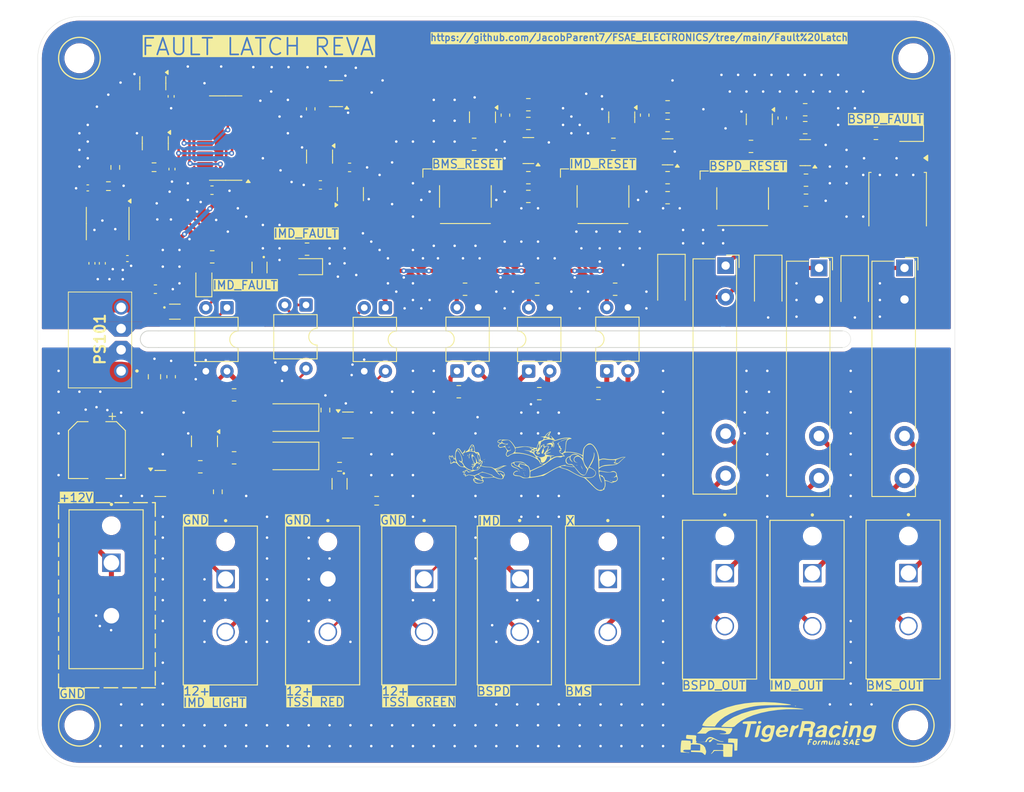
<source format=kicad_pcb>
(kicad_pcb (version 20241229) (generator "pcbnew") (generator_version "9.0")
  (layers (0 "F.Cu" signal) (2 "B.Cu" signal) (13 "F.Paste" user) (15 "B.Paste" user) (5 "F.SilkS" user "F.Silkscreen") (7 "B.SilkS" user "B.Silkscreen") (1 "F.Mask" user) (3 "B.Mask" user) (25 "Edge.Cuts" user))
  (net 0 "")
  (net 1 "Net-(Q101-C)")
  (net 2 "Net-(K103-Pad14)")
  (net 3 "+12V")
  (net 4 "Net-(Q102-B)")
  (net 5 "Net-(Q103-C)")
  (net 6 "Net-(Q110-C)")
  (net 7 "Net-(Q111-B)")
  (net 8 "Net-(D101-A)")
  (net 9 "Net-(D102-A)")
  (net 10 "+5V")
  (net 11 "/NIMD_LV")
  (net 12 "Net-(D104-K)")
  (net 13 "GND")
  (net 14 "/NBPSD_LV")
  (net 15 "/BMS_Green")
  (net 16 "Net-(D105-A)")
  (net 17 "Net-(D106-K)")
  (net 18 "Net-(D103-A)")
  (net 19 "/NBMS_LV")
  (net 20 "Net-(K101-Pad13)")
  (net 21 "Net-(K101-Pad14)")
  (net 22 "Net-(Q101-B)")
  (net 23 "Net-(D103-K)")
  (net 24 "/IMD_SR")
  (net 25 "/IMD_LED")
  (net 26 "Net-(K102-Pad14)")
  (net 27 "Net-(K102-Pad13)")
  (net 28 "Net-(K103-Pad13)")
  (net 29 "/NBMS_HV")
  (net 30 "Net-(Q104-B)")
  (net 31 "/NRESET_BMS")
  (net 32 "Net-(Q103-B)")
  (net 33 "/NRESET_IMD")
  (net 34 "GNDPWR")
  (net 35 "Net-(D107-K)")
  (net 36 "Net-(Q106-D)")
  (net 37 "/NRESET_BSPD")
  (net 38 "Net-(R101-Pad1)")
  (net 39 "Net-(Q107-D)")
  (net 40 "Net-(Q108-D)")
  (net 41 "Net-(Q110-B)")
  (net 42 "Net-(Q112-D)")
  (net 43 "Net-(U104-Pad4)")
  (net 44 "Net-(Q113-D)")
  (net 45 "Net-(Q113-G)")
  (net 46 "Net-(R102-Pad1)")
  (net 47 "Net-(R103-Pad1)")
  (net 48 "/IMD_HV")
  (net 49 "/BSPD_HV")
  (net 50 "Net-(R104-Pad1)")
  (net 51 "Net-(R112-Pad2)")
  (net 52 "Net-(R113-Pad1)")
  (net 53 "Net-(U118-CV)")
  (net 54 "/THRESH")
  (net 55 "Net-(R130-Pad1)")
  (net 56 "Net-(R133-Pad1)")
  (net 57 "/BMS_SR")
  (net 58 "Net-(R133-Pad2)")
  (net 59 "Net-(U107B-~{S})")
  (net 60 "/CLOCK")
  (net 62 "Net-(U106-Pad4)")
  (net 64 "Net-(Q105-D)")
  (net 68 "Net-(R122-Pad1)")
  (net 69 "Net-(U117-Pad4)")
  (footprint "Package_DIP:DIP-4_W7.62mm" (layer "F.Cu") (at 119.507 86.5845 90)
    (property "Reference" "U103" (hide yes))
    (property "Value" "SFH617A-1")
  )
  (footprint "LOGO" (layer "F.Cu") (at 149.822 131.072)
    (property "Reference" "G***" (hide yes))
    (property "Value" "LOGO" (hide yes))
  )
  (footprint "Diode_SMD:D_SMA" (layer "F.Cu") (at 167.2045 76.2595 -90)
    (property "Reference" "D104" (hide yes))
    (property "Value" "D_Schottky")
  )
  (footprint "Package_TO_SOT_SMD:SOT-23" (layer "F.Cu") (at 139.2625 56.15 -90)
    (property "Reference" "Q104" (hide yes))
    (property "Value" "Q_NPN_BEC")
  )
  (footprint "Package_TO_SOT_SMD:SOT-23-5" (layer "F.Cu") (at 83.322 59.272 -90)
    (property "Reference" "U119" (hide yes))
    (property "Value" "74AHC1G00")
  )
  (footprint "641964-1:TE_641964-1" (layer "F.Cu") (at 115.562 111.522 -90)
    (property "Reference" "U114" (hide yes))
    (property "Value" "641964-1")
  )
  (footprint "Resistor_SMD:R_0805_2012Metric_Pad1.20x1.40mm_HandSolder" (layer "F.Cu") (at 138.2625 59.4)
    (property "Reference" "R120" (hide yes))
    (property "Value" "1k")
  )
  (footprint "Diode_SMD:D_SMA" (layer "F.Cu") (at 99.422 92.172 180)
    (property "Reference" "D108" (hide yes))
    (property "Value" "D_Schottky")
  )
  (footprint "641964-1:TE_641964-1" (layer "F.Cu") (at 137.597 111.522 -90)
    (property "Reference" "U115" (hide yes))
    (property "Value" "641964-1")
  )
  (footprint "Resistor_SMD:R_0805_2012Metric_Pad1.20x1.40mm_HandSolder" (layer "F.Cu") (at 161.3625 63.7 180)
    (property "Reference" "R123" (hide yes))
    (property "Value" "10k")
  )
  (footprint "641964-1:TE_641964-1" (layer "F.Cu") (at 104.022 111.522 -90)
    (property "Reference" "U122" (hide yes))
    (property "Value" "641964-1")
  )
  (footprint "Resistor_SMD:R_0805_2012Metric_Pad1.20x1.40mm_HandSolder" (layer "F.Cu") (at 128.0625 54.65 180)
    (property "Reference" "R110" (hide yes))
    (property "Value" "100k")
  )
  (footprint "Resistor_SMD:R_0805_2012Metric_Pad1.20x1.40mm_HandSolder" (layer "F.Cu") (at 129.123131 76.7795 180)
    (property "Reference" "R109" (hide yes))
    (property "Value" "10k")
  )
  (footprint "Resistor_SMD:R_0603_1608Metric" (layer "F.Cu") (at 90.822 101.072 -90)
    (property "Reference" "R112" (hide yes))
    (property "Value" "500R")
  )
  (footprint "Resistor_SMD:R_0805_2012Metric_Pad1.20x1.40mm_HandSolder" (layer "F.Cu") (at 144.7625 63.4 180)
    (property "Reference" "R114" (hide yes))
    (property "Value" "10k")
  )
  (footprint "Resistor_SMD:R_0805_2012Metric_Pad1.20x1.40mm_HandSolder" (layer "F.Cu") (at 90.147 72.897)
    (property "Reference" "R116" (hide yes))
    (property "Value" "270R")
  )
  (footprint "Capacitor_SMD:C_0603_1608Metric_Pad1.08x0.95mm_HandSolder" (layer "F.Cu") (at 158.5125 56.25 90)
    (property "Reference" "C106" (hide yes))
    (property "Value" "10n")
  )
  (footprint "Capacitor_SMD:C_0603_1608Metric_Pad1.08x0.95mm_HandSolder" (layer "F.Cu") (at 85.222 87.272 -90)
    (property "Reference" "C115" (hide yes))
    (property "Value" "0.33u")
  )
  (footprint "641964-1:TE_641964-1" (layer "F.Cu") (at 127.022 111.522 -90)
    (property "Reference" "U116" (hide yes))
    (property "Value" "641964-1")
  )
  (footprint "Diode_SMD:D_SMA" (layer "F.Cu") (at 145.2245 76.1045 -90)
    (property "Reference" "D105" (hide yes))
    (property "Value" "D_Schottky")
  )
  (footprint "Resistor_SMD:R_0603_1608Metric" (layer "F.Cu") (at 103.722 91.272 -90)
    (property "Reference" "R128" (hide yes))
    (property "Value" "10k")
  )
  (footprint "Resistor_SMD:R_0805_2012Metric_Pad1.20x1.40mm_HandSolder" (layer "F.Cu") (at 92.772 89.447)
    (property "Reference" "R126" (hide yes))
    (property "Value" "10k")
  )
  (footprint "Package_DIP:DIP-4_W7.62mm" (layer "F.Cu") (at 128.097 86.6045 90)
    (property "Reference" "U102" (hide yes))
    (property "Value" "SFH617A-1")
  )
  (footprint "Button_Switch_SMD:SW_SPST_Omron_B3FS-100xP" (layer "F.Cu") (at 153.7625 65.9)
    (property "Reference" "SW103" (hide yes))
    (property "Value" "SW_Omron_B3FS")
  )
  (footprint "Resistor_SMD:R_0603_1608Metric" (layer "F.Cu") (at 78.522 62.172 90)
    (property "Reference" "R132" (hide yes))
    (property "Value" "100k")
  )
  (footprint "LED_SMD:LED_0805_2012Metric_Pad1.15x1.40mm_HandSolder" (layer "F.Cu") (at 101.522 74.072 180)
    (property "Reference" "D102" (hide yes))
    (property "Value" "RED")
  )
  (footprint "Resistor_SMD:R_0805_2012Metric_Pad1.20x1.40mm_HandSolder" (layer "F.Cu") (at 161.2625 55.25 180)
    (property "Reference" "R127" (hide yes))
    (property "Value" "100k")
  )
  (footprint "Diode_SMD:D_SMA" (layer "F.Cu") (at 156.8295 76.2095 -90)
    (property "Reference" "D106" (hide yes))
    (property "Value" "D_Schottky")
  )
  (footprint "LOGO" (layer "F.Cu") (at 128.295345 97.263897)
    (property "Reference" "G***" (hide yes))
    (property "Value" "LOGO" (hide yes))
  )
  (footprint "Capacitor_SMD:C_0402_1005Metric" (layer "F.Cu") (at 85.222 53.652 90)
    (property "Reference" "C110" (hide yes))
    (property "Value" "0.1u")
  )
  (footprint "Package_DIP:DIP-4_W7.62mm" (layer "F.Cu") (at 137.472 86.5845 90)
    (property "Reference" "U101" (hide yes))
    (property "Value" "SFH617A-1")
  )
  (footprint "Package_TO_SOT_SMD:SOT-523" (layer "F.Cu") (at 105.422 100.117 -90)
    (property "Reference" "Q113" (hide yes))
    (property "Value" "Q_PMOS_GSD")
  )
  (footprint "Package_TO_SOT_SMD:SOT-23" (layer "F.Cu") (at 161.2625 60.4 180)
    (property "Reference" "Q110" (hide yes))
    (property "Value" "Q_NPN_BEC")
  )
  (footprint "Capacitor_SMD:CP_Elec_6.3x5.4" (layer "F.Cu") (at 76.322 96.072 -90)
    (property "Reference" "C113" (hide yes))
    (property "Value" "47u")
  )
  (footprint "Resistor_SMD:R_0805_2012Metric_Pad1.20x1.40mm_HandSolder" (layer "F.Cu") (at 128.0625 56.9 180)
    (property "Reference" "R108" (hide yes))
    (property "Value" "1k")
  )
  (footprint "Capacitor_SMD:C_0603_1608Metric_Pad1.08x0.95mm_HandSolder" (layer "F.Cu") (at 125.3125 55.9 90)
    (property "Reference" "C101" (hide yes))
    (property "Value" "10n")
  )
  (footprint "Button_Switch_SMD:SW_SPST_Omron_B3FS-100xP" (layer "F.Cu") (at 137.0125 65.65)
    (property "Reference" "SW102" (hide yes))
    (property "Value" "SW_Omron_B3FS")
  )
  (footprint "Package_TO_SOT_SMD:SOT-23" (layer "F.Cu") (at 128.0625 60.15 180)
    (property "Reference" "Q101" (hide yes))
    (property "Value" "Q_NPN_BEC")
  )
  (footprint "MountingHole:MountingHole_3.2mm_M3" (layer "F.Cu") (at 174.222 49.072 -90)
    (property "Reference" "H104" (hide yes))
    (property "Value" "MountingHole" (hide yes))
  )
  (footprint "DC-DC:RI0505S" (layer "F.Cu") (at 79.222 86.582 90)
    (property "Reference" "PS101")
    (property "Value" "RI-1205S" (hide yes))
  )
  (footprint "Package_SO:SOIC-16_3.9x9.9mm_P1.27mm" (layer "F.Cu") (at 91.7625 58.65 180)
    (property "Reference" "U107" (hide yes))
    (property "Value" "74LS279")
  )
  (footprint "Capacitor_SMD:C_0603_1608Metric_Pad1.08x0.95mm_HandSolder" (layer "F.Cu") (at 101.9625 55.15 -90)
    (property "Reference" "C103" (hide yes))
    (property "Value" "100n")
  )
  (footprint "Package_TO_SOT_SMD:SOT-23-5" (layer "F.Cu") (at 106.722 65.372 90)
    (property "Reference" "U104" (hide yes))
    (property "Value" "74AHC1G00")
  )
  (footprint "MountingHole:MountingHole_3.2mm_M3" (layer "F.Cu") (at 74.222 129.072 -90)
    (property "Reference" "H102" (hide yes))
    (property "Value" "MountingHole" (hide yes))
  )
  (footprint "Resistor_SMD:R_0805_2012Metric_Pad1.20x1.40mm_HandSolder" (layer "F.Cu") (at 129.372 89.2995 180)
    (property "Reference" "R103" (hide yes))
    (property "Value" "2.2k")
  )
  (footprint "Capacitor_SMD:C_0402_1005Metric" (layer "F.Cu") (at 75.722 73.672 -90)
    (property "Reference" "C109" (hide yes))
    (property "Value" ".01u")
  )
  (footprint "Capacitor_SMD:C_0402_1005Metric" (layer "F.Cu") (at 75.225 64.625 180)
    (property "Reference" "C108" (hide yes))
    (property "Value" "0.1u")
  )
  (footprint "Resistor_SMD:R_0603_1608Metric" (layer "F.Cu") (at 83.172 62.147 180)
    (property "Reference" "R133" (hide yes))
    (property "Value" "10k")
  )
  (footprint "Package_TO_SOT_SMD:SOT-23" (layer "F.Cu") (at 106.422 93.072)
    (property "Reference" "Q112" (hide yes))
    (property "Value" "Q_NMOS_GSD")
  )
  (footprint "641964-1:TE_641964-1" (layer "F.Cu") (at 91.757 111.5345 -90)
    (property "Reference" "U108" (hide yes))
    (property "Value" "641964-1")
  )
  (footprint "641964-1:TE_641964-1" (layer "F.Cu") (at 78.057 109.5845 -90)
    (property "Reference" "U120" (hide yes))
    (property "Value" "641964-1")
  )
  (footprint "Resistor_SMD:R_0603_1608Metric" (layer "F.Cu") (at 77.7 64.415)
    (property "Reference" "R131" (hide yes))
    (property "Value" "15k")
  )
  (footprint "Capacitor_SMD:C_0603_1608Metric_Pad1.08x0.95mm_HandSolder" (layer "F.Cu") (at 103.122 64.272 180)
    (property "Reference" "C104" (hide yes))
    (property "Value" "100n")
  )
  (footprint "Resistor_SMD:R_0805_2012Metric_Pad1.20x1.40mm_HandSolder" (layer "F.Cu") (at 161.2625 57.4 180)
    (property "Reference" "R124" (hide yes))
    (property "Value" "1k")
  )
  (footprint "Package_DIP:DIP-4_W7.62mm" (layer "F.Cu") (at 91.922 78.992 -90)
    (property "Reference" "U110" (hide yes))
    (property "Value" "SFH617A-1")
  )
  (footprint "Package_TO_SOT_SMD:SOT-23" (layer "F.Cu") (at 89.222 95.022 -90)
    (property "Reference" "Q105" (hide yes))
    (property "Value" "Q_NMOS_GSD")
  )
  (footprint "641964-1:TE_641964-1" (layer "F.Cu") (at 162.122 110.847 -90)
    (property "Reference" "U112" (hide yes))
    (property "Value" "641964-1")
  )
  (footprint "Resistor_SMD:R_0805_2012Metric_Pad1.20x1.40mm_HandSolder" (layer "F.Cu") (at 161.3625 66.1)
    (property "Reference" "R122" (hide yes))
    (property "Value" "100k")
  )
  (footprint "Package_TO_SOT_SMD:SOT-523" (layer "F.Cu") (at 85.667 79.472)
    (property "Reference" "Q108" (hide yes))
    (property "Value" "Q_PMOS_GSD")
  )
  (footprint "Resistor_SMD:R_0805_2012Metric_Pad1.20x1.40mm_HandSolder" (layer "F.Cu") (at 144.7625 54.9 180)
    (property "Reference" "R119" (hide yes))
    (property "Value" "100k")
  )
  (footprint "Capacitor_SMD:C_0603_1608Metric_Pad1.08x0.95mm_HandSolder" (layer "F.Cu") (at 106.622 62.172)
    (property "Reference" "C102" (hide yes))
    (property "Value" "100n")
  )
  (footprint "Resistor_SMD:R_0603_1608Metric" (layer "F.Cu") (at 105.422 98.072)
    (property "Reference" "R134" (hide yes))
    (property "Value" "10k")
  )
  (footprint "Package_SO:SOIC-8_3.9x4.9mm_P1.27mm" (layer "F.Cu") (at 77.61 68.905 -90)
    (property "Reference" "U118" (hide yes))
    (property "Value" "LM555xM")
  )
  (footprint "Package_TO_SOT_SMD:SOT-23" (layer "F.Cu") (at 144.7625 60.3 180)
    (property "Reference" "Q103" (hide yes))
    (property "Value" "Q_NPN_BEC")
  )
  (footprint "Relay_THT:Relay_SPST-NO_Fujitsu_FTR-LYAA005x_FormA_Vertical" (layer "F.Cu") (at 173.177 74.227 -90)
    (property "Reference" "K101" (hide yes))
    (property "Value" "Fujitsu_FTR-LYAA005x")
  )
  (footprint "LOGO" (layer "F.Cu") (at 158.022 129.672)
    (property "Reference" "G***" (hide yes))
    (property "Value" "LOGO" (hide yes))
  )
  (footprint "Resistor_SMD:R_0805_2012Metric_Pad1.20x1.40mm_HandSolder" (layer "F.Cu") (at 121.5625 59.4)
    (property "Reference" "R111" (hide yes))
    (property "Value" "1k")
  )
  (footprint "LED_SMD:LED_0805_2012Metric_Pad1.15x1.40mm_HandSolder" (layer "F.Cu") (at 173.5975 58.09 180)
    (property "Reference" "D103" (hide yes))
    (property "Value" "RED")
  )
  (footprint "641964-1:TE_641964-1" (layer "F.Cu") (at 151.629465 110.83634 -90)
    (property "Reference" "U113" (hide yes))
    (property "Value" "641964-1")
  )
  (footprint "Resistor_SMD:R_0805_2012Metric_Pad1.20x1.40mm_HandSolder" (layer "F.Cu") (at 144.7625 65.8)
    (property "Reference" "R113" (hide yes))
    (property "Value" "100k")
  )
  (footprint "Capacitor_SMD:C_0603_1608Metric_Pad1.08x0.95mm_HandSolder" (layer "F.Cu") (at 83.3345 76.772 180)
    (property "Reference" "C116" (hide yes))
    (property "Value" "100n")
  )
  (footprint "Capacitor_SMD:C_0603_1608Metric_Pad1.08x0.95mm_HandSolder" (layer "F.Cu") (at 142.0125 55.9 90)
    (property "Reference" "C105" (hide yes))
    (property "Value" "10n")
  )
  (footprint "Capacitor_SMD:C_0402_1005Metric" (layer "F.Cu") (at 85.322 62.372 90)
    (property "Reference" "C112" (hide yes))
    (property "Value" "0.1u")
  )
  (footprint "Resistor_SMD:R_0805_2012Metric_Pad1.20x1.40mm_HandSolder" (layer "F.Cu") (at 92.772 96.997)
    (property "Reference" "R125" (hide yes))
    (property "Value" "10k")
  )
  (footprint "Relay_THT:Relay_SPST-NO_Fujitsu_FTR-LYAA005x_FormA_Vertical" (layer "F.Cu") (at 151.7245 73.9445 -90)
    (property "Reference" "K102" (hide yes))
    (property "Value" "Fujitsu_FTR-LYAA005x")
  )
  (footprint "Capacitor_SMD:C_0603_1608Metric_Pad1.08x0.95mm_HandSolder" (layer "F.Cu") (at 90.121594 64.899503)
    (property "Reference" "C117" (hide yes))
    (property "Value" "100n")
  )
  (footprint "Package_TO_SOT_SMD:SOT-23-5" (layer "F.Cu") (at 104.9925 53.3225 180)
    (property "Reference" "U106" (hide yes))
    (property "Value" "74AHC1G00")
  )
  (footprint "Resistor_SMD:R_0805_2012Metric_Pad1.20x1.40mm_HandSolder" (layer "F.Cu") (at 128.0625 65.65)
    (property "Reference" "R101" (hide yes))
    (property "Value" "100k")
  )
  (footprint "Package_TO_SOT_SMD:SOT-23" (layer "F.Cu") (at 83.922 100.072)
    (property "Reference" "Q106" (hide yes))
    (property "Value" "Q_NMOS_GSD")
  )
  (footprint "Package_DIP:DIP-4_W7.62mm" (layer "F.Cu") (at 101.397 78.667 -90)
    (property "Reference" "U109" (hide yes))
    (property "Value" "SFH617A-1")
  )
  (footprint "Resistor_SMD:R_0805_2012Metric_Pad1.20x1.40mm_HandSolder" (layer "F.Cu") (at 154.7625 59.65)
    (property "Reference" "R129" (hide yes))
    (property "Value" "1k")
  )
  (footprint "Button_Switch_SMD:SW_SPST_Omron_B3FS-100xP" (layer "F.Cu") (at 120.5125 65.65)
    (property "Reference" "SW101" (hide yes))
    (property "Value" "SW_Omron_B3FS")
  )
  (footprint "Relay_THT:Relay_SPST-NO_Fujitsu_FTR-LYAA005x_FormA_Vertical" (layer "F.Cu") (at 162.927 74.227 -90)
    (property "Reference" "K103" (hide yes))
    (property "Value" "Fujitsu_FTR-LYAA005x")
  )
  (footprint "Resistor_SMD:R_0805_2012Metric_Pad1.20x1.40mm_HandSolder" (layer "F.Cu") (at 101.522 71.972)
    (property "Reference" "R117" (hide yes))
    (property "Value" "270R")
  )
  (footprint "Capacitor_SMD:C_0402_1005Metric" (layer "F.Cu") (at 76.97 73.672 90)
    (property "Reference" "C111" (hide yes))
    (property "Value" "22u")
  )
  (footprint "Package_TO_SOT_SMD:SOT-23-5" (layer "F.Cu") (at 83.022 52.072 -90)
    (property "Reference" "U117" (hide yes))
    (property "Value" "74AHC1G00")
  )
  (footprint "Resistor_SMD:R_0805_2012Metric_Pad1.20x1.40mm_HandSolder" (layer "F.Cu") (at 144.7625 57.15 180)
    (property "Reference" "R115" (hide yes))
    (property "Value" "1k")
  )
  (footprint "Resistor_SMD:R_0805_2012Metric_Pad1.20x1.40mm_HandSolder" (layer "F.Cu") (at 136.472 89.2795 180)
    (property "Reference" "R102" (hide yes))
    (property "Value" "10k")
  )
  (footprint "Diode_SMD:D_SMA" (layer "F.Cu") (at 99.422 96.772 180)
    (property "Reference" "D107" (hide yes))
    (property "Value" "D_Schottky")
  )
  (footprint "MountingHole:MountingHole_3.2mm_M3" (layer "F.Cu") (at 174.222 129.072 -90)
    (property "Reference" "H103" (hide yes))
    (property "Value" "MountingHole" (hide yes))
  )
  (footprint "Package_TO_SOT_SMD:TO-252-2" (layer "F.Cu") (at 172.35 66.08 -90)
    (property "Reference" "Q109" (hide yes))
    (property "Value" "Q_NMOS_GDS")
  )
  (footprint "Package_TO_SOT_SMD:SOT-23-5" (layer "F.Cu") (at 103.022 60.872 -90)
    (property "Reference" "U105" (hide yes))
    (property "Value" "74AHC1G00")
  )
  (footprint "Resistor_SMD:R_0805_2012Metric_Pad1.20x1.40mm_HandSolder" (layer "F.Cu") (at 169.7475 58.09 180)
    (property "Reference" "R118" (hide yes))
    (property "Value" "270R")
  )
  (footprint "Package_DIP:DIP-4_W7.62mm" (layer "F.Cu") (at 110.922 78.992 -90)
    (property "Reference" "U121" (hide yes))
    (property "Value" "SFH617A-1")
  )
  (footprint "Resistor_SMD:R_0805_2012Metric_Pad1.20x1.40mm_HandSolder" (layer "F.Cu") (at 88.722 98.072 180)
    (property "Reference" "R121" (hide yes))
    (property "Value" "10k")
  )
  (footprint "Resistor_SMD:R_0805_2012Metric_Pad1.20x1.40mm_HandSolder" (layer "F.Cu") (at 128.0625 63.4 180)
    (property "Reference" "R105" (hide yes))
    (property "Value" "10k")
  )
  (footprint "Capacitor_SMD:C_0805_2012Metric_Pad1.18x1.45mm_HandSolder" (layer "F.Cu") (at 83.222 87.272 -90)
    (property "Reference" "C114" (hide yes))
    (property "Value" "1u")
  )
  (footprint "Resistor_SMD:R_0805_2012Metric_Pad1.20x1.40mm_HandSolder" (layer "F.Cu") (at 120.472 76.7795 180)
    (property "Reference" "R107" (hide yes))
    (property "Value" "10k")
  )
  (footprint "Resistor_SMD:R_0805_2012Metric_Pad1.20x1.40mm_HandSolder" (layer "F.Cu") (at 138.472 76.7795 180)
    (property "Reference" "R106" (hide yes))
    (property "Value" "10k")
  )
  (footprint "Package_TO_SOT_SMD:SOT-523" (layer "F.Cu") (at 95.822 74.172 -90)
    (property "Reference" "Q107" (hide yes))
    (property "Value" "Q_PMOS_GSD")
  )
  (footprint "MountingHole:MountingHole_3.2mm_M3" (layer "F.Cu") (at 74.222 49.072 -90)
    (property "Reference" "H101" (hide yes))
    (property "Value" "MountingHole" (hide yes))
  )
  (footprint "Package_TO_SOT_SMD:SOT-23" (layer "F.Cu") (at 122.5625 56.15 -90)
    (property "Reference" "Q102" (hide yes))
    (property "Value" "Q_NPN_BEC")
  )
  (footprint "641964-1:TE_641964-1" (layer "F.Cu") (at 173.647 110.822 -90)
    (property "Reference" "U111" (hide yes))
    (property "Value" "641964-1")
  )
  (footprint "Package_TO_SOT_SMD:SOT-23" (layer "F.Cu") (at 155.7625 56.4 -90)
    (property "Reference" "Q111" (hide yes))
    (property "Value" "Q_NPN_BEC")
  )
  (footprint "Capacitor_SMD:C_0402_1005Metric" (layer "F.Cu") (at 79.975 73.1)
    (property "Reference" "C107" (hide yes))
    (property "Value" "1u")
  )
  (footprint "LED_SMD:LED_0805_2012Metric_Pad1.15x1.40mm_HandSolder" (layer "F.Cu") (at 89.147 75.822 90)
    (property "Reference" "D101" (hide yes))
    (property "Value" "RED")
  )
  (footprint "Resistor_SMD:R_0603_1608Metric" (layer "F.Cu") (at 109.872 102.147 180)
    (property "Reference" "R130" (hide yes))
    (property "Value" "270R")
  )
  (footprint "Resistor_SMD:R_0805_2012Metric_Pad1.20x1.40mm_HandSolder" (layer "F.Cu") (at 119.722 89.072)
    (property "Reference" "R104" (hide yes))
    (property "Value" "10k")
  )
  (gr_rect (start 71.722 102.372) (end 83.322 124.572) (stroke (width 0.15) (type dash)) (fill no) (layer "F.SilkS"))
  (gr_circle (center 74.222 129.072) (end 76.722 129.072) (stroke (width 0.1524)) (fill no) (layer "F.SilkS"))
  (gr_circle (center 74.222 49.072) (end 76.722 49.072) (stroke (width 0.1524)) (fill no) (layer "F.SilkS"))
  (gr_circle (center 174.222 129.072) (end 176.722 129.072) (stroke (width 0.1524)) (fill no) (layer "F.SilkS"))
  (gr_circle (center 174.222 49.072) (end 176.722 49.072) (stroke (width 0.1524)) (fill no) (layer "F.SilkS"))
  (gr_arc (start 69.222 49.072) (mid 70.686466 45.536466) (end 74.222 44.072) (stroke (width 0.0381)) (layer "Edge.Cuts"))
  (gr_arc (start 174.222 44.072) (mid 177.757534 45.536466) (end 179.222 49.072) (stroke (width 0.0381)) (layer "Edge.Cuts"))
  (gr_line (start 174.222 134.072) (end 74.222 134.072) (stroke (width 0.0381)) (layer "Edge.Cuts"))
  (gr_line (start 69.222 129.072) (end 69.222 49.072) (stroke (width 0.0381)) (layer "Edge.Cuts"))
  (gr_line (start 179.222 49.072) (end 179.222 129.072) (stroke (width 0.0381)) (layer "Edge.Cuts"))
  (gr_arc (start 165.722 81.772) (mid 166.722 82.772) (end 165.722 83.772) (stroke (width 0.0381)) (layer "Edge.Cuts"))
  (gr_line (start 82.522 83.772) (end 83.722 83.772) (stroke (width 0.1)) (layer "Edge.Cuts"))
  (gr_arc (start 82.522 83.772) (mid 81.522 82.772) (end 82.522 81.772) (stroke (width 0.1)) (layer "Edge.Cuts"))
  (gr_line (start 74.222 44.072) (end 174.222 44.072) (stroke (width 0.0381)) (layer "Edge.Cuts"))
  (gr_arc (start 179.222 129.072) (mid 177.757534 132.607534) (end 174.222 134.072) (stroke (width 0.0381)) (layer "Edge.Cuts"))
  (gr_arc (start 74.222 134.072) (mid 70.686466 132.607534) (end 69.222 129.072) (stroke (width 0.0381)) (layer "Edge.Cuts"))
  (gr_line (start 83.722 83.772) (end 165.722 83.772) (stroke (width 0.1)) (layer "Edge.Cuts"))
  (gr_line (start 83.722 81.772) (end 82.522 81.772) (stroke (width 0.1)) (layer "Edge.Cuts"))
  (gr_line (start 165.722 81.772) (end 83.722 81.772) (stroke (width 0.1)) (layer "Edge.Cuts"))
  (gr_text "BMS_OUT" (at 168.522 124.872 0) (layer "F.SilkS" knockout) (effects (font (size 1 1)) (justify left bottom)))
  (gr_text "https://github.com/JacobParent7/FSAE_ELECTRONICS/tree/main/Fault%20Latch" (at 116.222 47.072 0) (layer "F.SilkS" knockout) (effects (font (size 0.8128 0.8128) (thickness 0.1524) (bold yes)) (justify left bottom)))
  (gr_text "BSPD_RESET" (at 149.6625 62.6 0) (layer "F.SilkS" knockout) (effects (font (size 1 1)) (justify left bottom)))
  (gr_text "IMD_RESET" (at 132.9125 62.35 0) (layer "F.SilkS" knockout) (effects (font (size 1 1)) (justify left bottom)))
  (gr_text "BSPD_FAULT" (at 166.247865 56.957327 0) (layer "F.SilkS" knockout) (effects (font (size 1 1)) (justify left bottom)))
  (gr_text "IMD_OUT" (at 156.922 124.872 0) (layer "F.SilkS" knockout) (effects (font (size 1 1)) (justify left bottom)))
  (gr_text "BMS" (at 132.422 125.572 0) (layer "F.SilkS" knockout) (effects (font (size 1 1)) (justify left bottom)))
  (gr_text "BSPD_OUT" (at 146.422 124.872 0) (layer "F.SilkS" knockout) (effects (font (size 1 1)) (justify left bottom)))
  (gr_text "GND" (at 71.722 125.872 0) (layer "F.SilkS" knockout) (effects (font (size 1 1)) (justify left bottom)))
  (gr_text "FAULT LATCH REVA" (at 81.522 48.872 0) (layer "F.SilkS" knockout) (effects (font (size 2 2) (thickness 0.2) (bold yes)) (justify left bottom)))
  (gr_text "12+" (at 98.922 125.572 0) (layer "F.SilkS" knockout) (effects (font (size 1 1)) (justify left bottom)))
  (gr_text "BMS_RESET" (at 116.4125 62.35 0) (layer "F.SilkS" knockout) (effects (font (size 1 1)) (justify left bottom)))
  (gr_text "+12V" (at 71.722 102.372 0) (layer "F.SilkS" knockout) (effects (font (size 1 1)) (justify left bottom)))
  (gr_text "12+" (at 110.422 125.572 0) (layer "F.SilkS" knockout) (effects (font (size 1 1)) (justify left bottom)))
  (gr_text "IMD LIGHT\n" (at 86.574611 126.941955 0) (layer "F.SilkS" knockout) (effects (font (size 1 1)) (justify left bottom)))
  (gr_text "IMD_FAULT" (at 97.422 70.672 0) (layer "F.SilkS" knockout) (effects (font (size 1 1)) (justify left bottom)))
  (gr_text "TSSI GREEN\n" (at 110.522 126.872 0) (layer "F.SilkS" knockout) (effects (font (size 1 1)) (justify left bottom)))
  (gr_text "IMD" (at 121.942 105.172 0) (layer "F.SilkS" knockout) (effects (font (size 1 1)) (justify left bottom)))
  (gr_text "IMD_FAULT" (at 90.122 76.872 0) (layer "F.SilkS" knockout) (effects (font (size 1 1)) (justify left bottom)))
  (gr_text "BSPD" (at 121.822 125.572 0) (layer "F.SilkS" knockout) (effects (font (size 1 1)) (justify left bottom)))
  (gr_text "12+" (at 86.622 125.572 0) (layer "F.SilkS" knockout) (effects (font (size 1 1)) (justify left bottom)))
  (gr_text "GND\n" (at 98.772227 105.070755 0) (layer "F.SilkS" knockout) (effects (font (size 1 1)) (justify left bottom)))
  (gr_text "GND\n" (at 110.222 105.072 0) (layer "F.SilkS" knockout) (effects (font (size 1 1)) (justify left bottom)))
  (gr_text "GND\n" (at 86.535096 105.070755 0) (layer "F.SilkS" knockout) (effects (font (size 1 1)) (justify left bottom)))
  (gr_text "TSSI RED" (at 99.022 126.872 0) (layer "F.SilkS" knockout) (effects (font (size 1 1)) (justify left bottom)))
  (gr_text "X" (at 132.517 105.172 0) (layer "F.SilkS" knockout) (effects (font (size 1 1)) (justify left bottom)))
  (segment (start 125.45 56.9) (end 125.3125 56.7625) (width 0.3) (layer "F.Cu") (net 1))
  (segment (start 127.125 56.9625) (end 127.0625 56.9) (width 0.3) (layer "F.Cu") (net 1))
  (segment (start 127.0625 60.0875) (end 127.125 60.15) (width 0.3) (layer "F.Cu") (net 1))
  (segment (start 127.0625 56.9) (end 127.0625 60.0875) (width 0.3) (layer "F.Cu") (net 1))
  (segment (start 126.925 56.7625) (end 127.0625 56.9) (width 0.3) (layer "F.Cu") (net 1))
  (segment (start 127.0625 56.9) (end 125.45 56.9) (width 0.3) (layer "F.Cu") (net 1))
  (segment (start 162.122 117.197) (end 160.022 115.097) (width 0.6) (layer "F.Cu") (net 2))
  (segment (start 160.022 115.097) (end 160.022 102.332) (width 0.6) (layer "F.Cu") (net 2))
  (segment (start 160.022 102.332) (end 162.927 99.427) (width 0.6) (layer "F.Cu") (net 2))
  (segment (start 104.922 98.542) (end 104.922 99.472) (width 0.6) (layer "F.Cu") (net 3))
  (segment (start 134.022 121.072) (end 134.022 90.7295) (width 0.6) (layer "F.Cu") (net 3))
  (segment (start 98.722 100.072) (end 98.722 122.672) (width 0.6) (layer "F.Cu") (net 3))
  (segment (start 88.222 122.672) (end 78.057 112.507) (width 0.6) (layer "F.Cu") (net 3))
  (segment (start 108.122 122.672) (end 119.222 122.672) (width 0.6) (layer "F.Cu") (net 3))
  (segment (start 83.397 88.1345) (end 83.222 88.3095) (width 0.6) (layer "F.Cu") (net 3))
  (segment (start 91.747 89.472) (end 91.772 89.447) (width 0.6) (layer "F.Cu") (net 3))
  (segment (start 91.772 91.397) (end 91.747 91.422) (width 0.6) (layer "F.Cu") (net 3))
  (segment (start 135.597 89.4045) (end 135.472 89.2795) (width 0.6) (layer "F.Cu") (net 3))
  (segment (start 104.597 98.217) (end 104.922 98.542) (width 0.6) (layer "F.Cu") (net 3))
  (segment (start 98.647 98.997) (end 98.722 99.072) (width 0.6) (layer "F.Cu") (net 3))
  (segment (start 76.322 107.872) (end 78.0345 109.5845) (width 0.6) (layer "F.Cu") (net 3))
  (segment (start 99.922 122.672) (end 108.122 122.672) (width 0.6) (layer "F.Cu") (net 3))
  (segment (start 120.01781 122.668298) (end 120.014108 122.672) (width 0.5) (layer "F.Cu") (net 3))
  (segment (start 83.222 92.872) (end 79.522 96.572) (width 0.6) (layer "F.Cu") (net 3))
  (segment (start 104.597 98.072) (end 102.597 100.072) (width 0.6) (layer "F.Cu") (net 3))
  (segment (start 134.022 90.7295) (end 135.472 89.2795) (width 0.6) (layer "F.Cu") (net 3))
  (segment (start 108.122 122.672) (end 109.047 122.672) (width 0.6) (layer "F.Cu") (net 3))
  (segment (start 89.897 98.072) (end 90.822 98.997) (width 0.5) (layer "F.Cu") (net 3))
  (segment (start 120.014108 122.672) (end 132.422 122.672) (width 0.6) (layer "F.Cu") (net 3))
  (segment (start 91.772 98.997) (end 90.822 98.997) (width 0.6) (layer "F.Cu") (net 3))
  (segment (start 120.722 90.072) (end 120.01781 90.77619) (width 0.5) (layer "F.Cu") (net 3))
  (segment (start 98.722 99.072) (end 98.722 100.072) (width 0.6) (layer "F.Cu") (net 3))
  (segment (start 132.422 122.672) (end 134.022 121.072) (width 0.6) (layer "F.Cu") (net 3))
  (segment (start 102.597 100.072) (end 98.722 100.072) (width 0.6) (layer "F.Cu") (net 3))
  (segment (start 109.047 122.672) (end 109.047 102.147) (width 0.6) (layer "F.Cu") (net 3))
  (segment (start 79.522 96.572) (end 76.322 99.772) (width 0.6) (layer "F.Cu") (net 3))
  (segment (start 83.222 88.3095) (end 83.222 92.872) (width 0.6) (layer "F.Cu") (net 3))
  (segment (start 120.01781 90.77619) (end 120.01781 122.668298) (width 0.5) (layer "F.Cu") (net 3))
  (segment (start 90.822 98.997) (end 90.822 100.247) (width 0.5) (layer "F.Cu") (net 3))
  (segment (start 89.722 98.072) (end 89.897 98.072) (width 0.5) (layer "F.Cu") (net 3))
  (segment (start 91.747 98.972) (end 91.772 98.997) (width 0.6) (layer "F.Cu") (net 3))
  (segment (start 98.722 122.672) (end 99.922 122.672) (width 0.6) (layer "F.Cu") (net 3))
  (segment (start 91.747 91.422) (end 91.747 98.972) (width 0.6) (layer "F.Cu") (net 3))
  (segment (start 85.222 88.1345) (end 83.397 88.1345) (width 0.6) (layer "F.Cu") (net 3))
  (segment (start 99.922 122.672) (end 88.222 122.672) (width 0.6) (layer "F.Cu") (net 3))
  (segment (start 78.0345 109.5845) (end 78.057 109.5845) (width 0.6) (layer "F.Cu") (net 3))
  (segment (start 91.772 89.447) (end 91.772 91.397) (width 0.6) (layer "F.Cu") (net 3))
  (segment (start 76.322 99.772) (end 76.322 107.872) (width 0.6) (layer "F.Cu") (net 3))
  (segment (start 78.057 112.507) (end 78.057 109.5845) (width 0.6) (layer "F.Cu") (net 3))
  (segment (start 120.722 89.072) (end 120.722 90.072) (width 0.5) (layer "F.Cu") (net 3))
  (segment (start 91.772 98.997) (end 98.647 98.997) (width 0.6) (layer "F.Cu") (net 3))
  (segment (start 119.222 122.672) (end 120.014108 122.672) (width 0.6) (layer "F.Cu") (net 3))
  (segment (start 125.1375 55.2125) (end 125.3125 55.0375) (width 0.3) (layer "F.Cu") (net 4))
  (segment (start 123.6875 55.0375) (end 123.5125 55.2125) (width 0.3) (layer "F.Cu") (net 4))
  (segment (start 126.675 55.0375) (end 127.0625 54.65) (width 0.3) (layer "F.Cu") (net 4))
  (segment (start 125.3125 55.0375) (end 123.6875 55.0375) (width 0.3) (layer "F.Cu") (net 4))
  (segment (start 125.3125 55.0375) (end 126.675 55.0375) (width 0.3) (layer "F.Cu") (net 4))
  (segment (start 143.375 56.7625) (end 143.7625 57.15) (width 0.5) (layer "F.Cu") (net 5))
  (segment (start 143.7625 57.15) (end 143.7625 57.3875) (width 0.3) (layer "F.Cu") (net 5))
  (segment (start 143.825 57.45) (end 143.825 60.3) (width 0.3) (layer "F.Cu") (net 5))
  (segment (start 143.7625 57.3875) (end 143.825 57.45) (width 0.3) (layer "F.Cu") (net 5))
  (segment (start 142.0125 56.7625) (end 143.375 56.7625) (width 0.5) (layer "F.Cu") (net 5))
  (segment (start 143.825 57.2125) (end 143.7625 57.15) (width 0.3) (layer "F.Cu") (net 5))
  (segment (start 160.2625 60.3375) (end 160.325 60.4) (width 0.3) (layer "F.Cu") (net 6))
  (segment (start 160.2625 57.4) (end 158.8 57.4) (width 0.3) (layer "F.Cu") (net 6))
  (segment (start 158.8 57.4) (end 158.5125 57.1125) (width 0.3) (layer "F.Cu") (net 6))
  (segment (start 160.325 57.4625) (end 160.2625 57.4) (width 0.3) (layer "F.Cu") (net 6))
  (segment (start 160.2625 57.4) (end 160.2625 60.3375) (width 0.3) (layer "F.Cu") (net 6))
  (segment (start 158.4375 55.4625) (end 158.5125 55.3875) (width 0.5) (layer "F.Cu") (net 7))
  (segment (start 160.05 55.4625) (end 160.2625 55.25) (width 0.3) (layer "F.Cu") (net 7))
  (segment (start 160.125 55.3875) (end 160.2625 55.25) (width 0.5) (layer "F.Cu") (net 7))
  (segment (start 156.7125 55.4625) (end 158.4375 55.4625) (width 0.5) (layer "F.Cu") (net 7))
  (segment (start 158.5125 55.3875) (end 160.125 55.3875) (width 0.5) (layer "F.Cu") (net 7))
  (segment (start 89.147 72.897) (end 89.147 74.797) (width 0.5) (layer "F.Cu") (net 8))
  (segment (start 100.522 74.047) (end 100.497 74.072) (width 0.5) (layer "F.Cu") (net 9))
  (segment (start 100.522 71.972) (end 100.522 74.047) (width 0.5) (layer "F.Cu") (net 9))
  (segment (start 75.705 64.77) (end 75.71 64.765) (width 0.5) (layer "F.Cu") (net 10))
  (segment (start 147.275 67.9) (end 147.622 67.9) (width 0.5) (layer "F.Cu") (net 10))
  (segment (start 76.264 62.83) (end 77.07 62.83) (width 0.5) (layer "F.Cu") (net 10))
  (segment (start 89.259094 64.999502) (end 90.626796 66.367204) (width 0.5) (layer "F.Cu") (net 10))
  (segment (start 164.34 58.09) (end 167.322 58.09) (width 0.5) (layer "F.Cu") (net 10))
  (segment (start 130.622 67.9) (end 131.022 67.5) (width 0.5) (layer "F.Cu") (net 10))
  (segment (start 97.161 74.211) (end 99.372 76.422) (width 0.3) (layer "F.Cu") (net 10))
  (segment (start 105.722 56.772) (end 105.122 56.772) (width 0.5) (layer "F.Cu") (net 10))
  (segment (start 77.145 61.347) (end 78.522 61.347) (width 0.5) (layer "F.Cu") (net 10))
  (segment (start 89.2875 63.095) (end 89.2875 64.871097) (width 0.5) (layer "F.Cu") (net 10))
  (segment (start 79.515 73.15) (end 79.51 73.155) (width 0.5) (layer "F.Cu") (net 10))
  (segment (start 78.522 61.347) (end 80.422 63.247) (width 0.5) (layer "F.Cu") (net 10))
  (segment (start 75.423 77.273) (end 75.373058 77.273) (width 0.5) (layer "F.Cu") (net 10))
  (segment (start 85.322 60.672) (end 85.0595 60.4095) (width 0.5) (layer "F.Cu") (net 10))
  (segment (start 105.122 56.772) (end 103.855 55.505) (width 0.5) (layer "F.Cu") (net 10))
  (segment (start 129.425 67.9) (end 130.622 67.9) (width 0.5) (layer "F.Cu") (net 10))
  (segment (start 79.222 78.962) (end 79.222 78.072) (width 0.5) (layer "F.Cu") (net 10))
  (segment (start 94.692 72.897) (end 95.322 73.527) (width 0.5) (layer "F.Cu") (net 10))
  (segment (start 106.722 70.572) (end 102.622 70.572) (width 0.5) (layer "F.Cu") (net 10))
  (segment (start 153.652 67.9) (end 153.594 67.9) (width 0.5) (layer "F.Cu") (net 10))
  (segment (start 116.5125 67.9) (end 117.922 67.9) (width 0.5) (layer "F.Cu") (net 10))
  (segment (start 137.2645 74.572) (end 139.472 76.7795) (width 0.5) (layer "F.Cu") (net 10))
  (segment (start 102.622 70.572) (end 102.522 70.672) (width 0.5) (layer "F.Cu") (net 10))
  (segment (start 145.2245 74.1045) (end 145.2245 70.0025) (width 0.5) (layer "F.Cu") (net 10))
  (segment (start 91.147 72.897) (end 94.692 72.897) (width 0.5) (layer "F.Cu") (net 10))
  (segment (start 127.915631 74.572) (end 130.123131 76.7795) (width 0.5) (layer "F.Cu") (net 10))
  (segment (start 80.678161 52.072) (end 77.07 55.680161) (width 0.3) (layer "F.Cu") (net 10))
  (segment (start 85.322 61.892) (end 85.322 60.672) (width 0.5) (layer "F.Cu") (net 10))
  (segment (start 82.472 64.322) (end 83.122 63.672) (width 0.5) (layer "F.Cu") (net 10))
  (segment (start 153.482 72.187) (end 151.7245 73.9445) (width 0.5) (layer "F.Cu") (net 10))
  (segment (start 75.373058 77.273) (end 73.921 75.820942) (width 0.5) (layer "F.Cu") (net 10))
  (segment (start 73.822 69.6925) (end 75.705 67.8095) (width 0.5) (layer "F.Cu") (net 10))
  (segment (start 147.622 67.9) (end 153.652 67.9) (width 0.5) (layer "F.Cu") (net 10))
  (segment (start 106.322 60.372) (end 105.7595 60.9345) (width 0.5) (layer "F.Cu") (net 10))
  (segment (start 82.472 70.672) (end 82.472 64.322) (width 0.5) (layer "F.Cu") (net 10))
  (segment (start 164.544 68.15) (end 167.322 65.372) (width 0.5) (layer "F.Cu") (net 10))
  (segment (start 103.9845 64.272) (end 105.7345 64.272) (width 0.5) (layer "F.Cu") (net 10))
  (segment (start 102.622 70.572) (end 94.831592 70.572) (width 0.5) (layer "F.Cu") (net 10))
  (segment (start 137.2625 57.5125) (end 137.2625 59.4) (width 0.5) (layer "F.Cu") (net 10))
  (segment (start 83.181212 61.500288) (end 84.272 60.4095) (width 0.3) (layer "F.Cu") (net 10))
  (segment (start 80.422 63.247) (end 80.422 67.872) (width 0.5) (layer "F.Cu") (net 10))
  (segment (start 79.495 73.1) (end 79.495 71.4) (width 0.5) (layer "F.Cu") (net 10))
  (segment (start 147.622 57.15) (end 148.9 57.15) (width 0.5) (layer "F.Cu") (net 10))
  (segment (start 79.222 78.072) (end 78.422 77.272) (width 0.5) (layer "F.Cu") (net 10))
  (segment (start 133.902 54.152) (end 129.5605 54.152) (width 0.5) (layer "F.Cu") (net 10))
  (segment (start 136.322 67.9) (end 143.122 67.9) (width 0.5) (layer "F.Cu") (net 10))
  (segment (start 79.495 71.4) (end 79.515 71.38) (width 0.5) (layer "F.Cu") (net 10))
  (segment (start 84.272 60.4095) (end 84.3345 60.472) (width 0.5) (layer "F.Cu") (net 10))
  (segment (start 78.422 77.272) (end 75.424 77.272) (width 0.5) (layer "F.Cu") (net 10))
  (segment (start 82.472 76.772) (end 82.472 70.672) (width 0.5) (layer "F.Cu") (net 10))
  (segment (start 116.422 52.972) (end 109.022 60.372) (width 0.5) (layer "F.Cu") (net 10))
  (segment (start 153.482 68.192) (end 153.482 72.187) (width 0.5) (layer "F.Cu") (net 10))
  (segment (start 86.322 70.672) (end 86.822 70.172) (width 0.5) (layer "F.Cu") (net 10))
  (segment (start 145.192 74.072) (end 145.2245 74.1045) (width 0.5) (layer "F.Cu") (net 10))
  (segment (start 96.006 74.211) (end 97.161 74.211) (width 0.3) (layer "F.Cu") (net 10))
  (segment (start 167.322 58.09) (end 168.7475 58.09) (width 0.5) (layer "F.Cu") (net 10))
  (segment (start 73.921 75.820942) (end 73.921 75.771) (width 0.5) (layer "F.Cu") (net 10))
  (segment (start 157.5125 67.9) (end 157.7625 68.15) (width 0.5) (layer "F.Cu") (net 10))
  (segment (start 103.855 54.2725) (end 101.9775 54.2725) (width 0.5) (layer "F.Cu") (net 10))
  (segment (start 153.522 67.972) (end 153.522 68.152) (width 0.5) (layer "F.Cu") (net 10))
  (segment (start 120.5625 53.0315) (end 120.622 52.972) (width 0.5) (layer "F.Cu") (net 10))
  (segment (start 89.2875 64.871097) (end 89.259094 64.899503) (width 0.5) (layer "F.Cu") (net 10))
  (segment (start 83.972 53.2095) (end 82.8345 52.072) (width 0.3) (layer "F.Cu") (net 10))
  (segment (start 77.07 55.680161) (end 77.07 61.272) (width 0.3) (layer "F.Cu") (net 10))
  (segment (start 145.2245 70.0025) (end 143.122 67.9) (width 0.5) (layer "F.Cu") (net 10))
  (segment (start 80.422 67.872) (end 79.515 68.779) (width 0.5) (layer "F.Cu") (net 10))
  (segment (start 84.322 79.972) (end 82.472 78.122) (width 0.5) (layer "F.Cu") (net 10))
  (segment (start 79.515 68.779) (end 79.515 71.38) (width 0.5) (layer "F.Cu") (net 10))
  (segment (start 131.022 61.172) (end 132.794 59.4) (width 0.5) (layer "F.Cu") (net 10))
  (segment (start 105.7345 64.272) (end 105.772 64.2345) (width 0.5) (layer "F.Cu") (net 10))
  (segment (start 75.424 77.272) (end 75.423 77.273) (width 0.5) (layer "F.Cu") (net 10))
  (segment (start 120.622 52.972) (end 116.422 52.972) (width 0.5) (layer "F.Cu") (net 10))
  (segment (start 103.855 55.505) (end 103.855 54.2725) (width 0.5) (layer "F.Cu") (net 10))
  (segment (start 131.022 67.5) (end 131.022 61.172) (width 0.5) (layer "F.Cu") (net 10))
  (segment (start 77.07 61.272) (end 77.145 61.347) (width 0.5) (layer "F.Cu") (net 10))
  (segment (start 163.65 57.4) (end 164.34 58.09) (width 0.5) (layer "F.Cu") (net 10))
  (segment (start 117.922 67.9) (end 127.922 67.9) (width 0.5) (layer "F.Cu") (net 10))
  (segment (start 120.122 74.572) (end 121.472 75.922) (width 0.5) (layer "F.Cu") (net 10))
  (segment (start 120.122 74.572) (end 124.722 74.572) (width 0.5) (layer "F.Cu") (net 10))
  (segment (start 127.922 67.9) (end 129.425 67.9) (width 0.5) (layer "F.Cu") (net 10))
  (segment (start 84.0095 53.172) (end 83.972 53.2095) (width 0.5) (layer "F.Cu") (net 10))
  (segment (start 127.915631 74.572) (end 133.622 74.572) (width 0.5) (layer "F.Cu") (net 10))
  (segment (start 129.5605 54.152) (end 129.0625 54.65) (width 0.5) (layer "F.Cu") (net 10))
  (segment (start 162.2625 57.4) (end 163.65 57.4) (width 0.5) (layer "F.Cu") (net 10))
  (segment (start 109.222 76.372) (end 109.222 74.572) (width 0.5) (layer "F.Cu") (net 10))
  (segment (start 142.1795 74.072) (end 145.192 74.072) (width 0.5) (layer "F.Cu") (net 10))
  (segment (start 105.7595 62.172) (end 105.7595 64.222) (width 0.5) (layer "F.Cu") (net 10))
  (segment (start 157.8125 68.2) (end 157.7625 68.15) (width 0.5) (layer "F.Cu") (net 10))
  (segment (start 139.472 76.7795) (end 142.1795 74.072) (width 0.5) (layer "F.Cu") (net 10))
  (segment (start 143.122 67.9) (end 146.225 67.9) (width 0.5) (layer "F.Cu") (net 10))
  (segment (start 105.7595 64.222) (end 105.772 64.2345) (width 0.5) (layer "F.Cu") (net 10))
  (segment (start 109.222 73.072) (end 106.722 70.572) (width 0.5) (layer "F.Cu") (net 10))
  (segment (start 83.181212 63.612788) (end 83.181212 61.500288) (width 0.3) (layer "F.Cu") (net 10))
  (segment (start 130.622 67.9) (end 131 67.9) (width 0.5) (layer "F.Cu") (net 10))
  (segment (start 75.705 67.8095) (end 75.705 66.43) (width 0.5) (layer "F.Cu") (net 10))
  (segment (start 75.705 66.43) (end 75.705 64.625) (width 0.5) (layer "F.Cu") (net 10))
  (segment (start 105.7595 60.9345) (end 105.7595 62.172) (width 0.5) (layer "F.Cu") (net 10))
  (segment (start 110.922 78.072) (end 110.922 78.992) (width 0.5) (layer "F.Cu") (net 10))
  (segment (start 147.622 67.9) (end 147.622 57.15) (width 0.5) (layer "F.Cu") (net 10))
  (segment (start 75.705 63.389) (end 76.264 62.83) (width 0.5) (layer "F.Cu") (net 10))
  (segment (start 113.622 51.372) (end 108.222 56.772) (width 0.5) (layer "F.Cu") (net 10))
  (segment (start 157.7625 68.15) (end 164.544 68.15) (width 0.5) (layer "F.Cu") (net 10))
  (segment (start 133.902 54.152) (end 137.2625 57.5125) (width 0.5) (layer "F.Cu") (net 10))
  (segment (start 133.902 54.152) (end 132.722 52.972) (width 0.5) (layer "F.Cu") (net 10))
  (segment (start 109.272 76.422) (end 110.922 78.072) (width 0.5) (layer "F.Cu") (net 10))
  (segment (start 99.372 76.422) (end 109.272 76.422) (width 0.3) (layer "F.Cu") (net 10))
  (segment (start 89.872 67.122) (end 90.626796 66.367204) (width 0.5) (layer "F.Cu") (net 10))
  (segment (start 101.9775 54.2725) (end 101.9625 54.2875) (width 0.5) (layer "F.Cu") (net 10))
  (segment (start 108.222 56.772) (end 105.722 56.772) (width 0.5) (layer "F.Cu") (net 10))
  (segment (start 136.622 74.572) (end 137.2645 74.572) (width 0.5) (layer "F.Cu") (net 10))
  (segment (start 105.7595 62.172) (end 104.1345 62.172) (width 0.5) (layer "F.Cu") (net 10))
  (segment (start 82.8345 52.072) (end 80.678161 52.072) (width 0.3) (layer "F.Cu") (net 10))
  (segment (start 121.472 75.922) (end 121.472 76.7795) (width 0.5) (layer "F.Cu") (net 10))
  (segment (start 153.594 67.9) (end 153.522 67.972) (width 0.5) (layer "F.Cu") (net 10))
  (segment (start 132.794 59.4) (end 137.2625 59.4) (width 0.5) (layer "F.Cu") (net 10))
  (segment (start 153.652 67.9) (end 157.5125 67.9) (width 0.5) (layer "F.Cu") (net 10))
  (segment (start 116.122 74.572) (end 120.122 74.572) (width 0.5) (layer "F.Cu") (net 10))
  (segment (start 142.2345 51.372) (end 113.622 51.372) (width 0.5) (layer "F.Cu") (net 10))
  (segment (start 83.972 53.2095) (end 85.1845 53.2095) (width 0.5) (layer "F.Cu") (net 10))
  (segment (start 109.222 74.572) (end 113.122 74.572) (width 0.5) (layer "F.Cu") (net 10))
  (segment (start 79.515 71.38) (end 79.515 70.69586) (width 0.5) (layer "F.Cu") (net 10))
  (segment (start 101.925 54.25) (end 101.9625 54.2875) (width 0.5) (layer "F.Cu") (net 10))
  (segment (start 102.522 70.672) (end 102.522 71.972) (width 0.5) (layer "F.Cu") (net 10))
  (segment (start 148.9 57.15) (end 151.4 59.65) (width 0.5) (layer "F.Cu") (net 10))
  (segment (start 79.515 71.38) (end 79.539 71.38) (width 0.5) (layer "F.Cu") (net 10))
  (segment (start 85.022 79.972) (end 84.322 79.972) (width 0.5) (layer "F.Cu") (net 10))
  (segment (start 109.272 76.422) (end 109.222 76.372) (width 0.5) (layer "F.Cu") (net 10))
  (segment (start 109.222 74.572) (end 109.222 73.072) (width 0.5) (layer "F.Cu") (net 10))
  (segment (start 104.1345 62.172) (end 103.972 62.0095) (width 0.5) (layer "F.Cu") (net 10))
  (segment (start 75.705 66.88586) (end 75.705 66.43) (width 0.5) (layer "F.Cu") (net 10))
  (segment (start 153.522 68.152) (end 153.482 68.192) (width 0.5) (layer "F.Cu") (net 10))
  (segment (start 77.07 62.83) (end 77.07 61.272) (width 0.5) (layer "F.Cu") (net 10))
  (segment (start 129.525 56.9) (end 129.0625 56.9) (width 0.5) (layer "F.Cu") (net 10))
  (segment (start 89.259094 64.899503) (end 89.259094 64.999502) (width 0.5) (layer "F.Cu") (net 10))
  (segment (start 167.322 65.372) (end 167.322 58.09) (width 0.5) (layer "F.Cu") (net 10))
  (segment (start 73.822 75.672) (end 73.822 69.6925) (width 0.5) (layer "F.Cu") (net 10))
  (segment (start 109.022 60.372) (end 106.322 60.372) (width 0.5) (layer "F.Cu") (net 10))
  (segment (start 85.0595 60.4095) (end 84.272 60.4095) (width 0.5) (layer "F.Cu") (net 10))
  (segment (start 83.122 63.672) (end 83.181212 63.612788) (width 0.3) (layer "F.Cu") (net 10))
  (segment (start 120.5625 59.4) (end 120.5625 53.0315) (width 0.5) (layer "F.Cu") (net 10))
  (segment (start 151.4 59.65) (end 153.7625 59.65) (width 0.5) (layer "F.Cu") (net 10))
  (segment (start 145.7625 54.9) (end 142.2345 51.372) (width 0.5) (layer "F.Cu") (net 10))
  (segment (start 73.921 75.771) (end 73.822 75.672) (width 0.5) (layer "F.Cu") (net 10))
  (segment (start 75.705 64.625) (end 75.705 63.389) (width 0.5) (layer "F.Cu") (net 10))
  (segment (start 132.722 52.972) (end 120.622 52.972) (width 0.5) (layer "F.Cu") (net 10))
  (segment (start 85.1845 53.2095) (end 85.222 53.172) (width 0.5) (layer "F.Cu") (net 10))
  (segment (start 95.322 73.527) (end 96.006 74.211) (width 0.3) (layer "F.Cu") (net 10))
  (segment (start 94.831592 70.572) (end 90.626796 66.367204) (width 0.5) (layer "F.Cu") (net 10))
  (segment (start 127.222 74.572) (end 127.915631 74.572) (width 0.5) (layer "F.Cu") (net 10))
  (segment (start 146.225 67.9) (end 147.275 67.9) (width 0.5) (layer "F.Cu") (net 10))
  (segment (start 131 67.9) (end 136.322 67.9) (width 0.5) (layer "F.Cu") (net 10))
  (segment (start 145.7625 57.15) (end 147.622 57.15) (width 0.5) (layer "F.Cu") (net 10))
  (segment (start 82.472 78.122) (end 82.472 76.772) (width 0.5) (layer "F.Cu") (net 10))
  (segment (start 82.472 70.672) (end 86.322 70.672) (width 0.5) (layer "F.Cu") (net 10))
  (via (at 86.822 70.172) (size 0.6) (drill 0.3) (layers "F.Cu" "B.Cu") (net 10))
  (via (at 116.122 74.572) (size 0.6) (drill 0.3) (layers "F.Cu" "B.Cu") (net 10))
  (via (at 127.222 74.572) (size 0.6) (drill 0.3) (layers "F.Cu" "B.Cu") (net 10))
  (via (at 124.722 74.572) (size 0.6) (drill 0.3) (layers "F.Cu" "B.Cu") (net 10))
  (via (at 89.872 67.122) (size 0.6) (drill 0.3) (layers "F.Cu" "B.Cu") (net 10))
  (via (at 136.622 74.572) (size 0.6) (drill 0.3) (layers "F.Cu" "B.Cu") (net 10))
  (via (at 133.622 74.572) (size 0.6) (drill 0.3) (layers "F.Cu" "B.Cu") (net 10))
  (via (at 113.122 74.572) (size 0.6) (drill 0.3) (layers "F.Cu" "B.Cu") (net 10))
  (segment (start 133.622 74.572) (end 136.622 74.572) (width 0.5) (layer "B.Cu") (net 10))
  (segment (start 124.722 74.572) (end 127.222 74.572) (width 0.5) (layer "B.Cu") (net 10))
  (segment (start 113.122 74.572) (end 116.122 74.572) (width 0.5) (layer "B.Cu") (net 10))
  (segment (start 86.822 70.172) (end 89.872 67.122) (width 0.5) (layer "B.Cu") (net 10))
  (segment (start 128.123131 76.7795) (end 128.123131 78.958369) (width 0.5) (layer "F.Cu") (net 11))
  (segment (start 102.622 63.272) (end 100.422 63.272) (width 0.3) (layer "F.Cu") (net 11))
  (segment (start 91.822 62.772) (end 91.822 58.872) (width 0.3) (layer "F.Cu") (net 11))
  (segment (start 128.123131 76.7795) (end 122.014631 70.671) (width 0.3) (layer "F.Cu") (net 11))
  (segment (start 96.422 67.372) (end 91.822 62.772) (width 0.3) (layer "F.Cu") (net 11))
  (segment (start 100.422 63.272) (end 95.165 58.015) (width 0.3) (layer "F.Cu") (net 11))
  (segment (start 128.122 76.778369) (end 128.123131 76.7795) (width 0.3) (layer "F.Cu") (net 11))
  (segment (start 91.822 58.872) (end 92.679 58.015) (width 0.3) (layer "F.Cu") (net 11))
  (segment (start 128.123131 78.958369) (end 128.097 78.9845) (width 0.5) (layer "F.Cu") (net 11))
  (segment (start 99.222 67.372) (end 96.422 67.372) (width 0.3) (layer "F.Cu") (net 11))
  (segment (start 95.165 58.015) (end 94.2375 58.015) (width 0.3) (layer "F.Cu") (net 11))
  (segment (start 100.522 68.672) (end 99.222 67.372) (width 0.3) (layer "F.Cu") (net 11))
  (segment (start 103.122 62.772) (end 102.622 63.272) (width 0.3) (layer "F.Cu") (net 11))
  (segment (start 111.821 70.671) (end 109.822 68.672) (width 0.3) (layer "F.Cu") (net 11))
  (segment (start 122.014631 70.671) (end 111.821 70.671) (width 0.3) (layer "F.Cu") (net 11))
  (segment (start 103.972 59.7345) (end 103.972 60.422) (width 0.3) (layer "F.Cu") (net 11))
  (segment (start 103.122 61.272) (end 103.122 62.772) (width 0.3) (layer "F.Cu") (net 11))
  (segment (start 109.822 68.672) (end 100.522 68.672) (width 0.3) (layer "F.Cu") (net 11))
  (segment (start 103.972 60.422) (end 103.122 61.272) (width 0.3) (layer "F.Cu") (net 11))
  (segment (start 92.679 58.015) (end 94.2375 58.015) (width 0.3) (layer "F.Cu") (net 11))
  (segment (start 167.2045 72.1545) (end 166.322 71.272) (width 0.3) (layer "F.Cu") (net 12))
  (segment (start 167.2045 74.2595) (end 167.2045 74.2545) (width 0.5) (layer "F.Cu") (net 12))
  (segment (start 155.222 71.872) (end 155.222 76.26348) (width 0.3) (layer "F.Cu") (net 12))
  (segment (start 102.922 80.072) (end 100.022 80.072) (width 0.3) (layer "F.Cu") (net 12))
  (segment (start 166.322 71.272) (end 155.822 71.272) (width 0.3) (layer "F.Cu") (net 12))
  (segment (start 109.622 80.172) (end 109.622 78.272) (width 0.3) (layer "F.Cu") (net 12))
  (segment (start 173.177 74.227) (end 167.237 74.227) (width 0.5) (layer "F.Cu") (net 12))
  (segment (start 98.857 78.907) (end 98.857 78.667) (width 0.3) (layer "F.Cu") (net 12))
  (segment (start 110.07 80.62) (end 109.622 80.172) (width 0.3) (layer "F.Cu") (net 12))
  (segment (start 167.2045 74.2595) (end 167.2045 72.1545) (width 0.3) (layer "F.Cu") (net 12))
  (segment (start 105.522 77.472) (end 102.922 80.072) (width 0.3) (layer "F.Cu") (net 12))
  (segment (start 150.86548 80.62) (end 110.07 80.62) (width 0.3) (layer "F.Cu") (net 12))
  (segment (start 155.222 76.26348) (end 150.86548 80.62) (width 0.3) (layer "F.Cu") (net 12))
  (segment (start 155.822 71.272) (end 155.222 71.872) (width 0.3) (layer "F.Cu") (net 12))
  (segment (start 108.822 77.472) (end 105.522 77.472) (width 0.3) (layer "F.Cu") (net 12))
  (segment (start 167.237 74.227) (end 167.2045 74.2595) (width 0.5) (layer "F.Cu") (net 12))
  (segment (start 100.022 80.072) (end 98.857 78.907) (width 0.3) (layer "F.Cu") (net 12))
  (segment (start 109.622 78.272) (end 108.822 77.472) (width 0.3) (layer "F.Cu") (net 12))
  (via (at 153.622 55.472) (size 0.6) (drill 0.3) (layers "F.Cu" "B.Cu") (net 13))
  (via (at 106.022 71.872) (size 0.6) (drill 0.3) (layers "F.Cu" "B.Cu") (net 13))
  (via (at 165.222 51.072) (size 0.6) (drill 0.3) (layers "F.Cu" "B.Cu") (net 13))
  (via (at 174.222 63.072) (size 0.6) (drill 0.3) (layers "F.Cu" "B.Cu") (net 13))
  (via (at 114.222 64.072) (size 0.6) (drill 0.3) (layers "F.Cu" "B.Cu") (net 13))
  (via (at 167.222 55.072) (size 0.6) (drill 0.3) (layers "F.Cu" "B.Cu") (net 13))
  (via (at 80.422 73.972) (size 0.6) (drill 0.3) (layers "F.Cu" "B.Cu") (net 13))
  (via (at 75.222 57.072) (size 0.6) (drill 0.3) (layers "F.Cu" "B.Cu") (net 13))
  (via (at 116.722 54.072) (size 0.6) (drill 0.3) (layers "F.Cu" "B.Cu") (net 13))
  (via (at 139.022 71.872) (size 0.6) (drill 0.3) (layers "F.Cu" "B.Cu") (net 13))
  (via (at 126.222 77.072) (size 0.6) (drill 0.3) (layers "F.Cu" "B.Cu") (net 13))
  (via (at 145.35291 51.73653) (size 0.6) (drill 0.3) (layers "F.Cu" "B.Cu") (net 13))
  (via (at 91.222 50.072) (size 0.6) (drill 0.3) (layers "F.Cu" "B.Cu") (net 13))
  (via (at 172.222 63.072) (size 0.6) (drill 0.3) (layers "F.Cu" "B.Cu") (net 13))
  (via (at 112.222 59.072) (size 0.6) (drill 0.3) (layers "F.Cu" "B.Cu") (net 13))
  (via (at 116.222 78.072) (size 0.6) (drill 0.3) (layers "F.Cu" "B.Cu") (net 13))
  (via (at 101.579285 50.154001) (size 0.6) (drill 0.3) (layers "F.Cu" "B.Cu") (net 13))
  (via (at 170.222 76.072) (size 0.6) (drill 0.3) (layers "F.Cu" "B.Cu") (net 13))
  (via (at 116.222 65.072) (size 0.6) (drill 0.3) (layers "F.Cu" "B.Cu") (net 13))
  (via (at 144.222 67.072) (size 0.6) (drill 0.3) (layers "F.Cu" "B.Cu") (net 13))
  (via (at 154.222 53.072) (size 0.6) (drill 0.3) (layers "F.Cu" "B.Cu") (net 13))
  (via (at 135.222 58.072) (size 0.6) (drill 0.3) (layers "F.Cu" "B.Cu") (net 13))
  (via (at 95.922 54.172) (size 0.6) (drill 0.3) (layers "F.Cu" "B.Cu") (net 13))
  (via (at 104.238346 73.715438) (size 0.6) (drill 0.3) (layers "F.Cu" "B.Cu") (net 13))
  (via (at 157.222 51.072) (size 0.6) (drill 0.3) (layers "F.Cu" "B.Cu") (net 13))
  (via (at 115.422 73.072) (size 0.6) (drill 0.3) (layers "F.Cu" "B.Cu") (net 13))
  (via (at 160.222 78.072) (size 0.6) (drill 0.3) (layers "F.Cu" "B.Cu") (net 13))
  (via (at 90.622 68.472) (size 0.6) (drill 0.3) (layers "F.Cu" "B.Cu") (net 13))
  (via (at 88.764028 66.3206) (size 0.6) (drill 0.3) (layers "F.Cu" "B.Cu") (net 13))
  (via (at 165.222 57.072) (size 0.6) (drill 0.3) (layers "F.Cu" "B.Cu") (net 13))
  (via (at 87.222 64.072) (size 0.6) (drill 0.3) (layers "F.Cu" "B.Cu") (net 13))
  (via (at 76.422 75.572) (size 0.6) (drill 0.3) (layers "F.Cu" "B.Cu") (net 13))
  (via (at 141.422 71.872) (size 0.6) (drill 0.3) (layers "F.Cu" "B.Cu") (net 13))
  (via (at 125.222 61.072) (size 0.6) (drill 0.3) (layers "F.Cu" "B.Cu") (net 13))
  (via (at 92.222 64.972) (size 0.6) (drill 0.3) (layers "F.Cu" "B.Cu") (net 13))
  (via (at 170.222 80.072) (size 0.6) (drill 0.3) (layers "F.Cu" "B.Cu") (net 13))
  (via (at 95.074945 50.139482) (size 0.6) (drill 0.3) (layers "F.Cu" "B.Cu") (net 13))
  (via (at 129.222 71.072) (size 0.6) (drill 0.3) (layers "F.Cu" "B.Cu") (net 13))
  (via (at 153.222 51.072) (size 0.6) (drill 0.3) (layers "F.Cu" "B.Cu") (net 13))
  (via (at 107.422 75.072) (size 0.6) (drill 0.3) (layers "F.Cu" "B.Cu") (net 13))
  (via (at 100.822 56.072) (size 0.6) (drill 0.3) (layers "F.Cu" "B.Cu") (net 13))
  (via (at 96.222 71.872) (size 0.6) (drill 0.3) (layers "F.Cu" "B.Cu") (net 13))
  (via (at 81.122 58.072) (size 0.6) (drill 0.3) (layers "F.Cu" "B.Cu") (net 13))
  (via (at 92.022 69.872) (size 0.6) (drill 0.3) (layers "F.Cu" "B.Cu") (net 13))
  (via (at 125.222 65.072) (size 0.6) (drill 0.3) (layers "F.Cu" "B.Cu") (net 13))
  (via (at 99.222 54.072) (size 0.6) (drill 0.3) (layers "F.Cu" "B.Cu") (net 13))
  (via (at 136.922 55.172) (size 0.6) (drill 0.3) (layers "F.Cu" "B.Cu") (net 13))
  (via (at 84.222 74.072) (size 0.6) (drill 0.3) (layers "F.Cu" "B.Cu") (net 13))
  (via (at 160.222 80.072) (size 0.6) (drill 0.3) (layers "F.Cu" "B.Cu") (net 13))
  (via (at 133.222 56.072) (size 0.6) (drill 0.3) (layers "F.Cu" "B.Cu") (net 13))
  (via (at 130.522 59.172) (size 0.6) (drill 0.3) (layers "F.Cu" "B.Cu") (net 13))
  (via (at 114.222 59.072) (size 0.6) (drill 0.3) (layers "F.Cu" "B.Cu") (net 13))
  (via (at 159.222 51.072) (size 0.6) (drill 0.3) (layers "F.Cu" "B.Cu") (net 13))
  (via (at 79.152975 51.997865) (size 0.6) (drill 0.3) (layers "F.Cu" "B.Cu") (net 13))
  (via (at 96.222 69.072) (size 0.6) (drill 0.3) (layers "F.Cu" "B.Cu") (net 13))
  (via (at 113.222 79.072) (size 0.6) (drill 0.3) (layers "F.Cu" "B.Cu") (net 13))
  (via (at 76.975183 68.543733) (size 0.6) (drill 0.3) (layers "F.Cu" "B.Cu") (net 13))
  (via (at 163.722 59.472) (size 0.6) (drill 0.3) (layers "F.Cu" "B.Cu") (net 13))
  (via (at 97.222 53.072) (size 0.6) (drill 0.3) (layers "F.Cu" "B.Cu") (net 13))
  (via (at 149.022 69.672) (size 0.6) (drill 0.3) (layers "F.Cu" "B.Cu") (net 13))
  (via (at 151.712064 57.485902) (size 0.6) (drill 0.3) (layers "F.Cu" "B.Cu") (net 13))
  (via (at 168.322 61.072) (size 0.6) (drill 0.3) (layers "F.Cu" "B.Cu") (net 13))
  (via (at 166.222 64.072) (size 0.6) (drill 0.3) (layers "F.Cu" "B.Cu") (net 13))
  (via (at 124.722 75.372) (size 0.6) (drill 0.3) (layers "F.Cu" "B.Cu") (net 13))
  (via (at 86.222 76.072) (size 0.6) (drill 0.3) (layers "F.Cu" "B.Cu") (net 13))
  (via (at 108.922 65.972) (size 0.6) (drill 0.3) (layers "F.Cu" "B.Cu") (net 13))
  (via (at 113.122 75.372) (size 0.6) (drill 0.3) (layers "F.Cu" "B.Cu") (net 13))
  (via (at 160.222 76.072) (size 0.6) (drill 0.3) (layers "F.Cu" "B.Cu") (net 13))
  (via (at 75.222 59.072) (size 0.6) (drill 0.3) (layers "F.Cu" "B.Cu") (net 13))
  (via (at 164.222 62.072) (size 0.6) (drill 0.3) (layers "F.Cu" "B.Cu") (net 13))
  (via (at 142.222 77.072) (size 0.6) (drill 0.3) (layers "F.Cu" "B.Cu") (net 13))
  (via (at 87.422 70.772) (size 0.6) (drill 0.3) (layers "F.Cu" "B.Cu") (net 13))
  (via (at 160.222 53.072) (size 0.6) (drill 0.3) (layers "F.Cu" "B.Cu") (net 13))
  (via (at 98.222 71.872) (size 0.6) (drill 0.3) (layers "F.Cu" "B.Cu") (net 13))
  (via (at 168.222 68.072) (size 0.6) (drill 0.3) (layers "F.Cu" "B.Cu") (net 13))
  (via (at 125.222 79.072) (size 0.6) (drill 0.3) (layers "F.Cu" "B.Cu") (net 13))
  (via (at 116.722 71.572) (size 0.6) (drill 0.3) (layers "F.Cu" "B.Cu") (net 13))
  (via (at 79.422 74.472) (size 0.6) (drill 0.3) (layers "F.Cu" "B.Cu") (net 13))
  (via (at 127.222 67.072) (size 0.6) (drill 0.3) (layers "F.Cu" "B.Cu") (net 13))
  (via (at 119.222 56.572) (size 0.6) (drill 0.3) (layers "F.Cu" "B.Cu") (net 13))
  (via (at 151.222 51.072) (size 0.6) (drill 0.3) (layers "F.Cu" "B.Cu") (net 13))
  (via (at 161.222 51.072) (size 0.6) (drill 0.3) (layers "F.Cu" "B.Cu") (net 13))
  (via (at 166.222 62.072) (size 0.6) (drill 0.3) (layers "F.Cu" "B.Cu") (net 13))
  (via (at 86.222 74.072) (size 0.6) (drill 0.3) (layers "F.Cu" "B.Cu") (net 13))
  (via (at 136.622 73.472) (size 0.6) (drill 0.3) (layers "F.Cu" "B.Cu") (net 13))
  (via (at 83.563651 68.408055) (size 0.6) (drill 0.3) (layers "F.Cu" "B.Cu") (net 13))
  (via (at 158.222 53.072) (size 0.6) (drill 0.3) (layers "F.Cu" "B.Cu") (net 13))
  (via (at 129.222 73.072) (size 0.6) (drill 0.3) (layers "F.Cu" "B.Cu") (net 13))
  (via (at 139.422 73.872) (size 0.6) (drill 0.3) (layers "F.Cu" "B.Cu") (net 13))
  (via (at 99.667751 63.917648) (size 0.6) (drill 0.3) (layers "F.Cu" "B.Cu") (net 13))
  (via (at 73.822 64.672) (size 0.6) (drill 0.3) (layers "F.Cu" "B.Cu") (net 13))
  (via (at 110.222 72.072) (size 0.6) (drill 0.3) (layers "F.Cu" "B.Cu") (net 13))
  (via (at 124.222 60.072) (size 0.6) (drill 0.3) (layers "F.Cu" "B.Cu") (net 13))
  (via (at 116.722 59.072) (size 0.6) (drill 0.3) (layers "F.Cu" "B.Cu") (net 13))
  (via (at 146.622 71.272) (size 0.6) (drill 0.3) (layers "F.Cu" "B.Cu") (net 13))
  (via (at 86.222 72.072) (size 0.6) (drill 0.3) (layers "F.Cu" "B.Cu") (net 13))
  (via (at 124.222 77.072) (size 0.6) (drill 0.3) (layers "F.Cu" "B.Cu") (net 13))
  (via (at 146.222 67.072) (size 0.6) (drill 0.3) (layers "F.Cu" "B.Cu") (net 13))
  (via (at 135.002265 53.336218) (size 0.6) (drill 0.3) (layers "F.Cu" "B.Cu") (net 13))
  (via (at 127.222 71.072) (size 0.6) (drill 0.3) (layers "F.Cu" "B.Cu") (net 13))
  (via (at 74.222 60.072) (size 0.6) (drill 0.3) (layers "F.Cu" "B.Cu") (net 13))
  (via (at 168.222 53.072) (size 0.6) (drill 0.3) (layers "F.Cu" "B.Cu") (net 13))
  (via (at 114.222 68.072) (size 0.6) (drill 0.3) (layers "F.Cu" "B.Cu") (net 13))
  (via (at 166.222 53.072) (size 0.6) (drill 0.3) (layers "F.Cu" "B.Cu") (net 13))
  (via (at 103.757077 50.110445) (size 0.6) (drill 0.3) (layers "F.Cu" "B.Cu") (net 13))
  (via (at 114.222 76.072) (size 0.6) (drill 0.3) (layers "F.Cu" "B.Cu") (net 13))
  (via (at 125.222 71.072) (size 0.6) (drill 0.3) (layers "F.Cu" "B.Cu") (net 13))
  (via (at 77.686595 53.449726) (size 0.6) (drill 0.3) (layers "F.Cu" "B.Cu") (net 13))
  (via (at 104.222 71.872) (size 0.6) (drill 0.3) (layers "F.Cu" "B.Cu") (net 13))
  (via (at 85.196189 68.414507) (size 0.6) (drill 0.3) (layers "F.Cu" "B.Cu") (net 13))
  (via (at 109.274151 53.188391) (size 0.6) (drill 0.3) (layers "F.Cu" "B.Cu") (net 13))
  (via (at 109.222 71.072) (size 0.6) (drill 0.3) (layers "F.Cu" "B.Cu") (net 13))
  (via (at 114.222 78.072) (size 0.6) (drill 0.3) (layers "F.Cu" "B.Cu") (net 13))
  (via (at 121.722 71.572) (size 0.6) (drill 0.3) (layers "F.Cu" "B.Cu") (net 13))
  (via (at 136.622 71.872) (size 0.6) (drill 0.3) (layers "F.Cu" "B.Cu") (net 13))
  (via (at 163.222 51.072) (size 0.6) (drill 0.3) (layers "F.Cu" "B.Cu") (net 13))
  (via (at 75.222 61.072) (size 0.6) (drill 0.3) (layers "F.Cu" "B.Cu") (net 13))
  (via (at 83.492671 66.478692) (size 0.6) (drill 0.3) (layers "F.Cu" "B.Cu") (net 13))
  (via (at 77.822 75.572) (size 0.6) (drill 0.3) (layers "F.Cu" "B.Cu") (net 13))
  (via (at 76.321845 54.887069) (size 0.6) (drill 0.3) (layers "F.Cu" "B.Cu") (net 13))
  (via (at 170.222 63.072) (size 0.6) (drill 0.3) (layers "F.Cu" "B.Cu") (net 13))
  (via (at 165.222 55.072) (size 0.6) (drill 0.3) (layers "F.Cu" "B.Cu") (net 13))
  (via (at 149.022 71.272) (size 0.6) (drill 0.3) (layers "F.Cu" "B.Cu") (net 13))
  (via (at 98.222 69.072) (size 0.6) (drill 0.3) (layers "F.Cu" "B.Cu") (net 13))
  (via (at 111.722 61.572) (size 0.6) (drill 0.3) (layers "F.Cu" "B.Cu") (net 13))
  (via (at 78.222 74.372) (size 0.6) (drill 0.3) (layers "F.Cu" "B.Cu") (net 13))
  (via (at 110.580826 51.73653) (size 0.6) (drill 0.3) (layers "F.Cu" "B.Cu") (net 13))
  (via (at 114.222 72.072) (size 0.6) (drill 0.3) (layers "F.Cu" "B.Cu") (net 13))
  (via (at 85.422 76.772) (size 0.6) (drill 0.3) (layers "F.Cu" "B.Cu") (net 13))
  (via (at 99.222 58.072) (size 0.6) (drill 0.3) (layers "F.Cu" "B.Cu") (net 13))
  (via (at 106.022 73.672) (size 0.6) (drill 0.3) (layers "F.Cu" "B.Cu") (net 13))
  (via (at 115.222 79.072) (size 0.6) (drill 0.3) (layers "F.Cu" "B.Cu") (net 13))
  (via (at 141.422 69.872) (size 0.6) (drill 0.3) (layers "F.Cu" "B.Cu") (net 13))
  (via (at 85.322 63.872) (size 0.6) (drill 0.3) (layers "F.Cu" "B.Cu") (net 13))
  (via (at 135.222 77.072) (size 0.6) (drill 0.3) (layers "F.Cu" "B.Cu") (net 13))
  (via (at 111.222 76.072) (size 0.6) (drill 0.3) (layers "F.Cu" "B.Cu") (net 13))
  (via (at 133.822 69.872) (size 0.6) (drill 0.3) (layers "F.Cu" "B.Cu") (net 13))
  (via (at 108.722 62.172) (size 0.6) (drill 0.3) (layers "F.Cu" "B.Cu") (net 13))
  (via (at 127.222 73.772) (size 0.6) (drill 0.3) (layers "F.Cu" "B.Cu") (net 13))
  (via (at 80.822 50.972) (size 0.6) (drill 0.3) (layers "F.Cu" "B.Cu") (net 13))
  (via (at 142.222 79.072) (size 0.6) (drill 0.3) (layers "F.Cu" "B.Cu") (net 13))
  (via (at 133.222 58.072) (size 0.6) (drill 0.3) (layers "F.Cu" "B.Cu") (net 13))
  (via (at 111.722 66.572) (size 0.6) (drill 0.3) (layers "F.Cu" "B.Cu") (net 13))
  (via (at 112.222 77.072) (size 0.6) (drill 0.3) (layers "F.Cu" "B.Cu") (net 13))
  (via (at 120.222 73.072) (size 0.6) (drill 0.3) (layers "F.Cu" "B.Cu") (net 13))
  (via (at 76.022 69.672) (size 0.6) (drill 0.3) (layers "F.Cu" "B.Cu") (net 13))
  (via (at 168.222 63.072) (size 0.6) (drill 0.3) (layers "F.Cu" "B.Cu") (net 13))
  (via (at 79.522 64.372) (size 0.6) (drill 0.3) (layers "F.Cu" "B.Cu") (net 13))
  (via (at 124.222 66.072) (size 0.6) (drill 0.3) (layers "F.Cu" "B.Cu") (net 13))
  (via (at 87.222 50.072) (size 0.6) (drill 0.3) (layers "F.Cu" "B.Cu") (net 13))
  (via (at 78.522 69.572) (size 0.6) (drill 0.3) (layers "F.Cu" "B.Cu") (net 13))
  (via (at 119.222 71.572) (size 0.6) (drill 0.3) (layers "F.Cu" "B.Cu") (net 13))
  (via (at 79.422 75.572) (size 0.6) (drill 0.3) (layers "F.Cu" "B.Cu") (net 13))
  (via (at 149.055157 55.19196) (size 0.6) (drill 0.3) (layers "F.Cu" "B.Cu") (net 13))
  (via (at 152.222 53.072) (size 0.6) (drill 0.3) (layers "F.Cu" "B.Cu") (net 13))
  (via (at 131.222 73.072) (size 0.6) (drill 0.3) (layers "F.Cu" "B.Cu") (net 13))
  (via (at 151.422 69.672) (size 0.6) (drill 0.3) (layers "F.Cu" "B.Cu") (net 13))
  (via (at 156.222 53.072) (size 0.6) (drill 0.3) (layers "F.Cu" "B.Cu") (net 13))
  (via (at 110.222 63.072) (size 0.6) (drill 0.3) (layers "F.Cu" "B.Cu") (net 13))
  (via (at 146.622 69.672) (size 0.6) (drill 0.3) (layers "F.Cu" "B.Cu") (net 13))
  (via (at 164.222 64.072) (size 0.6) (drill 0.3) (layers "F.Cu" "B.Cu") (net 13))
  (via (at 119.222 59.072) (size 0.6) (drill 0.3) (layers "F.Cu" "B.Cu") (net 13))
  (via (at 132.222 57.072) (size 0.6) (drill 0.3) (layers "F.Cu" "B.Cu") (net 13))
  (via (at 99.299862 50.139482) (size 0.6) (drill 0.3) (layers "F.Cu" "B.Cu") (net 13))
  (via (at 166.222 68.072) (size 0.6) (drill 0.3) (layers "F.Cu" "B.Cu") (net 13))
  (via (at 132.222 55.072) (size 0.6) (drill 0.3) (layers "F.Cu" "B.Cu") (net 13))
  (via (at 115.222 66.072) (size 0.6) (drill 0.3) (layers "F.Cu" "B.Cu") (net 13))
  (via (at 84.222 72.072) (size 0.6) (drill 0.3) (layers "F.Cu" "B.Cu") (net 13))
  (via (at 93.222 67.072) (size 0.6) (drill 0.3) (layers "F.Cu" "B.Cu") (net 13))
  (via (at 133.222 77.072) (size 0.6) (drill 0.3) (layers "F.Cu" "B.Cu") (net 13))
  (via (at 85.222 55.072) (size 0.6) (drill 0.3) (layers "F.Cu" "B.Cu") (net 13))
  (via (at 141.222 66.072) (size 0.6) (drill 0.3) (layers "F.Cu" "B.Cu") (net 13))
  (via (at 87.222 66.072) (size 0.6) (drill 0.3) (layers "F.Cu" "B.Cu") (net 13))
  (via (at 106.443021 55.613) (size 0.6) (drill 0.3) (layers "F.Cu" "B.Cu") (net 13))
  (via (at 134.222 79.072) (size 0.6) (drill 0.3) (layers "F.Cu" "B.Cu") (net 13))
  (via (at 88.322 67.472) (size 0.6) (drill 0.3) (layers "F.Cu" "B.Cu") (net 13))
  (via (at 107.372212 50.226594) (size 0.6) (drill 0.3) (layers "F.Cu" "B.Cu") (net 13))
  (via (at 134.222 57.072) (size 0.6) (drill 0.3) (layers "F.Cu" "B.Cu") (net 13))
  (via (at 122.222 73.072) (size 0.6) (drill 0.3) (layers "F.Cu" "B.Cu") (net 13))
  (via (at 116.722 56.572) (size 0.6) (drill 0.3) (layers "F.Cu" "B.Cu") (net 13))
  (via (at 167.222 80.172) (size 0.6) (drill 0.3) (layers "F.Cu" "B.Cu") (net 13))
  (via (at 139.022 69.872) (size 0.6) (drill 0.3) (layers "F.Cu" "B.Cu") (net 13))
  (via (at 98.341717 62.523861) (size 0.6) (drill 0.3) (layers "F.Cu" "B.Cu") (net 13))
  (via (at 111.222 73.072) (size 0.6) (drill 0.3) (layers "F.Cu" "B.Cu") (net 13))
  (via (at 85.041323 65.084905) (size 0.6) (drill 0.3) (layers "F.Cu" "B.Cu") (net 13))
  (via (at 134.422 71.872) (size 0.6) (drill 0.3) (layers "F.Cu" "B.Cu") (net 13))
  (via (at 108.222 70.072) (size 0.6) (drill 0.3) (layers "F.Cu" "B.Cu") (net 13))
  (via (at 89.222 52.072) (size 0.6) (drill 0.3) (layers "F.Cu" "B.Cu") (net 13))
  (via (at 129.222 67.072) (size 0.6) (drill 0.3) (layers "F.Cu" "B.Cu") (net 13))
  (via (at 97.281775 50.139482) (size 0.6) (drill 0.3) (layers "F.Cu" "B.Cu") (net 13))
  (via (at 96.222 61.072) (size 0.6) (drill 0.3) (layers "F.Cu" "B.Cu") (net 13))
  (via (at 162.222 53.072) (size 0.6) (drill 0.3) (layers "F.Cu" "B.Cu") (net 13))
  (via (at 74.222 62.072) (size 0.6) (drill 0.3) (layers "F.Cu" "B.Cu") (net 13))
  (via (at 164.222 53.072) (size 0.6) (drill 0.3) (layers "F.Cu" "B.Cu") (net 13))
  (via (at 119.222 54.072) (size 0.6) (drill 0.3) (layers "F.Cu" "B.Cu") (net 13))
  (via (at 98.222 56.072) (size 0.6) (drill 0.3) (layers "F.Cu" "B.Cu") (net 13))
  (via (at 100.922 59.772) (size 0.6) (drill 0.3) (layers "F.Cu" "B.Cu") (net 13))
  (via (at 74.222 58.072) (size 0.6) (drill 0.3) (layers "F.Cu" "B.Cu") (net 13))
  (via (at 172.222 61.072) (size 0.6) (drill 0.3) (layers "F.Cu" "B.Cu") (net 13))
  (via (at 156.822 80.172) (size 0.6) (drill 0.3) (layers "F.Cu" "B.Cu") (net 13))
  (via (at 166.222 60.072) (size 0.6) (drill 0.3) (layers "F.Cu" "B.Cu") (net 13))
  (via (at 136.886458 53.639496) (size 0.6) (drill 0.3) (layers "F.Cu" "B.Cu") (net 13))
  (via (at 94.222 68.072) (size 0.6) (drill 0.3) (layers "F.Cu" "B.Cu") (net 13))
  (via (at 117.222 73.072) (size 0.6) (drill 0.3) (layers "F.Cu" "B.Cu") (net 13))
  (via (at 121.622 53.772) (size 0.6) (drill 0.3) (layers "F.Cu" "B.Cu") (net 13))
  (via (at 142.222 65.072) (size 0.6) (drill 0.3) (layers "F.Cu" "B.Cu") (net 13))
  (via (at 106.122 51.172) (size 0.6) (drill 0.3) (layers "F.Cu" "B.Cu") (net 13))
  (via (at 98.222 73.272) (size 0.6) (drill 0.3) (layers "F.Cu" "B.Cu") (net 13))
  (via (at 133.622 75.372) (size 0.6) (drill 0.3) (layers "F.Cu" "B.Cu") (net 13))
  (via (at 170.222 78.072) (size 0.6) (drill 0.3) (layers "F.Cu" "B.Cu") (net 13))
  (via (at 105.222 75.272) (size 0.6) (drill 0.3) (layers "F.Cu" "B.Cu") (net 13))
  (via (at 151.422 71.272) (size 0.6) (drill 0.3) (layers "F.Cu" "B.Cu") (net 13))
  (via (at 125.222 59.072) (size 0.6) (drill 0.3) (layers "F.Cu" "B.Cu") (net 13))
  (via (at 101.122 64.272) (size 0.6) (drill 0.3) (layers "F.Cu" "B.Cu") (net 13))
  (via (at 163.722 66.172) (size 0.6) (drill 0.3) (layers "F.Cu" "B.Cu") (net 13))
  (via (at 155.222 51.072) (size 0.6) (drill 0.3) (layers "F.Cu" "B.Cu") (net 13))
  (via (at 136.222 69.872) (size 0.6) (drill 0.3) (layers "F.Cu" "B.Cu") (net 13))
  (via (at 145.622 60.272) (size 0.6) (drill 0.3) (layers "F.Cu" "B.Cu") (net 13))
  (segment (start 119.422 76.7295) (end 119.472 76.7795) (width 0.3) (layer "F.Cu") (net 14))
  (segment (start 99.058657 68.072) (end 100.258657 69.272) (width 0.3) (layer "F.Cu") (net 14))
  (segment (start 94.297 51.097) (end 104.09922 51.097) (width 0.3) (layer "F.Cu") (net 14))
  (segment (start 104.975 53.779999) (end 105.467501 54.2725) (width 0.3) (layer "F.Cu") (net 14))
  (segment (start 100.258657 69.272) (end 109.222 69.272) (width 0.3) (layer "F.Cu") (net 14))
  (segment (start 116.7295 76.7795) (end 119.472 76.7795) (width 0.3) (layer "F.Cu") (net 14))
  (segment (start 87.502331 61.691669) (end 87.423 61.612338) (width 0.3) (layer "F.Cu") (net 14))
  (segment (start 109.222 69.272) (end 116.7295 76.7795) (width 0.3) (layer "F.Cu") (net 14))
  (segment (start 104.09922 51.097) (end 104.975 51.97278) (width 0.3) (layer "F.Cu") (net 14))
  (segment (start 119.472 78.9295) (end 119.507 78.9645) (width 0.5) (layer "F.Cu") (net 14))
  (segment (start 87.423 56.364501) (end 88.312501 55.475) (width 0.3) (layer "F.Cu") (net 14))
  (segment (start 105.467501 54.2725) (end 106.13 54.2725) (width 0.3) (layer "F.Cu") (net 14))
  (segment (start 88.312501 55.475) (end 89.2875 55.475) (width 0.3) (layer "F.Cu") (net 14))
  (segment (start 104.975 51.97278) (end 104.975 53.779999) (width 0.3) (layer "F.Cu") (net 14))
  (segment (start 91.122 61.772) (end 91.122 62.846811) (width 0.3) (layer "F.Cu") (net 14))
  (segment (start 87.423 61.612338) (end 87.423 56.364501) (width 0.3) (layer "F.Cu") (net 14))
  (segment (start 89.2875 55.475) (end 89.919 55.475) (width 0.3) (layer "F.Cu") (net 14))
  (segment (start 119.472 76.7795) (end 119.472 78.9295) (width 0.5) (layer "F.Cu") (net 14))
  (segment (start 91.122 62.846811) (end 96.347189 68.072) (width 0.3) (layer "F.Cu") (net 14))
  (segment (start 96.347189 68.072) (end 99.058657 68.072) (width 0.3) (layer "F.Cu") (net 14))
  (segment (start 89.919 55.475) (end 94.297 51.097) (width 0.3) (layer "F.Cu") (net 14))
  (via (at 91.122 61.772) (size 0.6) (drill 0.3) (layers "F.Cu" "B.Cu") (net 14))
  (via (at 87.502331 61.691669) (size 0.6) (drill 0.3) (layers "F.Cu" "B.Cu") (net 14))
  (segment (start 87.502331 61.691669) (end 87.582662 61.772) (width 0.3) (layer "B.Cu") (net 14))
  (segment (start 87.582662 61.772) (end 91.122 61.772) (width 0.3) (layer "B.Cu") (net 14))
  (segment (start 93.777 96.992) (end 93.772 96.997) (width 0.3) (layer "F.Cu") (net 15))
  (segment (start 93.772 95.322) (end 94.322 94.772) (width 0.3) (layer "F.Cu") (net 15))
  (segment (start 98.422 94.772) (end 99.172 94.022) (width 0.3) (layer "F.Cu") (net 15))
  (segment (start 93.772 96.997) (end 97.197 96.997) (width 0.3) (layer "F.Cu") (net 15))
  (segment (start 101.422 86.672) (end 101.422 86.612) (width 0.3) (layer "F.Cu") (net 15))
  (segment (start 99.172 88.862) (end 101.422 86.612) (width 0.3) (layer "F.Cu") (net 15))
  (segment (start 93.772 96.997) (end 93.772 95.322) (width 0.3) (layer "F.Cu") (net 15))
  (segment (start 94.322 94.772) (end 98.422 94.772) (width 0.3) (layer "F.Cu") (net 15))
  (segment (start 99.172 94.022) (end 99.172 88.862) (width 0.3) (layer "F.Cu") (net 15))
  (segment (start 154.322 75.127) (end 154.322 69.642) (width 0.5) (layer "F.Cu") (net 16))
  (segment (start 145.6045 77.7245) (end 145.2245 78.1045) (width 0.5) (layer "F.Cu") (net 16))
  (segment (start 151.7245 77.7245) (end 145.6045 77.7245) (width 0.5) (layer "F.Cu") (net 16))
  (segment (start 154.322 69.642) (end 170.198 69.642) (width 0.5) (layer "F.Cu") (net 16))
  (segment (start 170.198 69.642) (end 170.825 69.015) (width 0.5) (layer "F.Cu") (net 16))
  (segment (start 151.7245 77.7245) (end 154.322 75.127) (width 0.5) (layer "F.Cu") (net 16))
  (segment (start 171.549946 67.34) (end 172.35 67.34) (width 0.5) (layer "F.Cu") (net 16))
  (segment (start 92.322 76.972) (end 96.471 81.121) (width 0.3) (layer "F.Cu") (net 17))
  (segment (start 162.927 74.227) (end 156.847 74.227) (width 0.5) (layer "F.Cu") (net 17))
  (segment (start 151.073 81.121) (end 156.8295 75.3645) (width 0.3) (layer "F.Cu") (net 17))
  (segment (start 89.382 78.992) (end 91.402 76.972) (width 0.3) (layer "F.Cu") (net 17))
  (segment (start 89.382 78.992) (end 89.382 78.912) (width 0.3) (layer "F.Cu") (net 17))
  (segment (start 96.471 81.121) (end 151.073 81.121) (width 0.3) (layer "F.Cu") (net 17))
  (segment (start 91.402 76.972) (end 92.322 76.972) (width 0.3) (layer "F.Cu") (net 17))
  (segment (start 156.847 74.227) (end 156.8295 74.2095) (width 0.5) (layer "F.Cu") (net 17))
  (segment (start 156.8295 75.3645) (end 156.8295 74.2095) (width 0.3) (layer "F.Cu") (net 17))
  (segment (start 172.5725 58.09) (end 170.7475 58.09) (width 0.6) (layer "F.Cu") (net 18))
  (segment (start 105.772 68.022) (end 105.772 66.5095) (width 0.3) (layer "F.Cu") (net 19))
  (segment (start 110.422 68.072) (end 111.822 69.472) (width 0.3) (layer "F.Cu") (net 19))
  (segment (start 94.2925 63.15) (end 94.2375 63.095) (width 0.3) (layer "F.Cu") (net 19))
  (segment (start 130.1645 69.472) (end 137.472 76.7795) (width 0.3) (layer "F.Cu") (net 19))
  (segment (start 105.722 68.072) (end 105.772 68.022) (width 0.3) (layer "F.Cu") (net 19))
  (segment (start 104.2095 68.072) (end 105.722 68.072) (width 0.3) (layer "F.Cu") (net 19))
  (segment (start 94.2375 63.095) (end 95.912416 63.095) (width 0.3) (layer "F.Cu") (net 19))
  (segment (start 95.912416 63.095) (end 100.889416 68.072) (width 0.3) (layer "F.Cu") (net 19))
  (segment (start 105.722 68.072) (end 110.422 68.072) (width 0.3) (layer "F.Cu") (net 19))
  (segment (start 137.472 76.7795) (end 137.472 78.9645) (width 0.5) (layer "F.Cu") (net 19))
  (segment (start 111.822 69.472) (end 130.1645 69.472) (width 0.3) (layer "F.Cu") (net 19))
  (segment (start 137.522 76.7295) (end 137.472 76.7795) (width 0.3) (layer "F.Cu") (net 19))
  (segment (start 100.889416 68.072) (end 104.2095 68.072) (width 0.3) (layer "F.Cu") (net 19))
  (segment (start 173.647 110.972) (end 175.722 108.897) (width 0.6) (layer "F.Cu") (net 20))
  (segment (start 175.722 96.932) (end 173.177 94.387) (width 0.6) (layer "F.Cu") (net 20))
  (segment (start 175.722 108.897) (end 175.722 96.932) (width 0.6) (layer "F.Cu") (net 20))
  (segment (start 171.322 101.282) (end 173.177 99.427) (width 0.6) (layer "F.Cu") (net 21))
  (segment (start 173.647 117.322) (end 171.322 114.997) (width 0.6) (layer "F.Cu") (net 21))
  (segment (start 171.322 114.997) (end 171.322 101.282) (width 0.6) (layer "F.Cu") (net 21))
  (segment (start 129 63.3375) (end 129.0625 63.4) (width 0.3) (layer "F.Cu") (net 22))
  (segment (start 129.0625 61.1625) (end 129 61.1) (width 0.3) (layer "F.Cu") (net 22))
  (segment (start 129 61.1) (end 129 63.3375) (width 0.3) (layer "F.Cu") (net 22))
  (segment (start 89.2875 54.205) (end 94.3205 49.172) (width 0.3) (layer "F.Cu") (net 23))
  (segment (start 174.63 61.04) (end 174.63 58.0975) (width 0.6) (layer "F.Cu") (net 23))
  (segment (start 94.3205 49.172) (end 165.7045 49.172) (width 0.3) (layer "F.Cu") (net 23))
  (segment (start 174.63 58.0975) (end 174.6225 58.09) (width 0.6) (layer "F.Cu") (net 23))
  (segment (start 165.7045 49.172) (end 174.6225 58.09) (width 0.3) (layer "F.Cu") (net 23))
  (segment (start 85.622 79.655373) (end 85.722 79.755373) (width 0.3) (layer "F.Cu") (net 24))
  (segment (start 89.072 76.772) (end 89.147 76.847) (width 0.3) (layer "F.Cu") (net 24))
  (segment (start 85.722 80.572) (end 85.522 80.772) (width 0.3) (layer "F.Cu") (net 24))
  (segment (start 87.147 76.847) (end 89.147 76.847) (width 0.3) (layer "F.Cu") (net 24))
  (segment (start 93.119 55.475) (end 94.2375 55.475) (width 0.3) (layer "F.Cu") (net 24))
  (segment (start 72.422 57.072) (end 80.022 49.472) (width 0.3) (layer "F.Cu") (net 24))
  (segment (start 72.422 77.972) (end 72.422 57.072) (width 0.3) (layer "F.Cu") (net 24))
  (segment (start 92.022 56.572) (end 93.119 55.475) (width 0.3) (layer "F.Cu") (net 24))
  (segment (start 83.522 49.472) (end 83.972 49.922) (width 0.3) (layer "F.Cu") (net 24))
  (segment (start 85.022 79.055373) (end 85.022 78.972) (width 0.3) (layer "F.Cu") (net 24))
  (segment (start 85.722 79.755373) (end 85.722 80.572) (width 0.3) (layer "F.Cu") (net 24))
  (segment (start 92.022 57.672) (end 92.022 56.572) (width 0.3) (layer "F.Cu") (net 24))
  (segment (start 85.622 79.272) (end 85.622 79.655373) (width 0.3) (layer "F.Cu") (net 24))
  (segment (start 74.673246 80.223246) (end 72.422 77.972) (width 0.3) (layer "F.Cu") (net 24))
  (segment (start 83.573246 80.223246) (end 74.673246 80.223246) (width 0.3) (layer "F.Cu") (net 24))
  (segment (start 85.522 80.772) (end 84.122 80.772) (width 0.3) (layer "F.Cu") (net 24))
  (segment (start 84.122 80.772) (end 83.573246 80.223246) (width 0.3) (layer "F.Cu") (net 24))
  (segment (start 85.322 78.972) (end 85.622 79.272) (width 0.3) (layer "F.Cu") (net 24))
  (segment (start 85.022 78.972) (end 85.322 78.972) (width 0.3) (layer "F.Cu") (net 24))
  (segment (start 83.972 49.922) (end 83.972 50.9345) (width 0.3) (layer "F.Cu") (net 24))
  (segment (start 85.022 78.972) (end 87.147 76.847) (width 0.3) (layer "F.Cu") (net 24))
  (segment (start 86.773 51.423) (end 86.2845 50.9345) (width 0.3) (layer "F.Cu") (net 24))
  (segment (start 86.773 59.272) (end 86.773 51.423) (width 0.3) (layer "F.Cu") (net 24))
  (segment (start 86.2845 50.9345) (end 83.972 50.9345) (width 0.3) (layer "F.Cu") (net 24))
  (segment (start 80.022 49.472) (end 83.522 49.472) (width 0.3) (layer "F.Cu") (net 24))
  (via (at 92.022 57.672) (size 0.6) (drill 0.3) (layers "F.Cu" "B.Cu") (net 24))
  (via (at 86.773 59.272) (size 0.6) (drill 0.3) (layers "F.Cu" "B.Cu") (net 24))
  (segment (start 90.222 59.272) (end 91.822 57.672) (width 0.3) (layer "B.Cu") (net 24))
  (segment (start 91.822 57.672) (end 92.022 57.672) (width 0.3) (layer "B.Cu") (net 24))
  (segment (start 86.773 59.272) (end 90.222 59.272) (width 0.3) (layer "B.Cu") (net 24))
  (segment (start 90.172 94.0845) (end 90.172 88.362) (width 0.5) (layer "F.Cu") (net 25))
  (segment (start 90.172 88.362) (end 91.922 86.612) (width 0.5) (layer "F.Cu") (net 25))
  (segment (start 93.772 89.447) (end 94.697 89.447) (width 0.6) (layer "F.Cu") (net 25))
  (segment (start 93.772 89.447) (end 93.772 88.462) (width 0.6) (layer "F.Cu") (net 25))
  (segment (start 93.772 88.462) (end 91.922 86.612) (width 0.6) (layer "F.Cu") (net 25))
  (segment (start 93.792 89.467) (end 93.772 89.447) (width 0.6) (layer "F.Cu") (net 25))
  (segment (start 94.697 89.447) (end 97.422 92.172) (width 0.6) (layer "F.Cu") (net 25))
  (segment (start 151.629465 117.18634) (end 149.522 115.078875) (width 0.6) (layer "F.Cu") (net 26))
  (segment (start 149.522 101.347) (end 151.7245 99.1445) (width 0.6) (layer "F.Cu") (net 26))
  (segment (start 149.522 115.078875) (end 149.522 101.347) (width 0.6) (layer "F.Cu") (net 26))
  (segment (start 154.022 96.402) (end 151.7245 94.1045) (width 0.6) (layer "F.Cu") (net 27))
  (segment (start 154.022 108.443805) (end 154.022 96.402) (width 0.6) (layer "F.Cu") (net 27))
  (segment (start 151.629465 110.83634) (end 154.022 108.443805) (width 0.6) (layer "F.Cu") (net 27))
  (segment (start 165.222 107.747) (end 165.222 96.682) (width 0.6) (layer "F.Cu") (net 28))
  (segment (start 165.222 96.682) (end 162.927 94.387) (width 0.6) (layer "F.Cu") (net 28))
  (segment (start 162.122 110.847) (end 165.222 107.747) (width 0.6) (layer "F.Cu") (net 28))
  (segment (start 137.597 117.022) (end 140.012 114.607) (width 0.6) (layer "F.Cu") (net 29))
  (segment (start 140.012 114.607) (end 140.012 86.5845) (width 0.6) (layer "F.Cu") (net 29))
  (segment (start 143.625 55.0375) (end 143.7625 54.9) (width 0.5) (layer "F.Cu") (net 30))
  (segment (start 142.0125 55.0375) (end 143.625 55.0375) (width 0.5) (layer "F.Cu") (net 30))
  (segment (start 141.8375 55.2125) (end 142.0125 55.0375) (width 0.5) (layer "F.Cu") (net 30))
  (segment (start 140.2125 55.2125) (end 141.8375 55.2125) (width 0.5) (layer "F.Cu") (net 30))
  (segment (start 122.5625 57.0875) (end 122.5625 59.4) (width 0.5) (layer "F.Cu") (net 31))
  (segment (start 106.722 66.5095) (end 106.722 67.372) (width 0.3) (layer "F.Cu") (net 31))
  (segment (start 106.873 67.523) (end 108.371 67.523) (width 0.3) (layer "F.Cu") (net 31))
  (segment (start 106.722 67.372) (end 106.873 67.523) (width 0.3) (layer "F.Cu") (net 31))
  (segment (start 108.371 67.523) (end 114.522 61.372) (width 0.3) (layer "F.Cu") (net 31))
  (segment (start 122.547 57.072) (end 122.5625 57.0875) (width 0.5) (layer "F.Cu") (net 31))
  (segment (start 120.5905 61.372) (end 122.5625 59.4) (width 0.3) (layer "F.Cu") (net 31))
  (segment (start 114.522 61.372) (end 120.5905 61.372) (width 0.3) (layer "F.Cu") (net 31))
  (segment (start 145.7625 61.3125) (end 145.7 61.25) (width 0.3) (layer "F.Cu") (net 32))
  (segment (start 145.7 63.3375) (end 145.7625 63.4) (width 0.3) (layer "F.Cu") (net 32))
  (segment (start 145.7625 63.4) (end 145.7625 61.3125) (width 0.3) (layer "F.Cu") (net 32))
  (segment (start 114.622 52.272) (end 137.822 52.272) (width 0.3) (layer "F.Cu") (net 33))
  (segment (start 103.022 59.7345) (end 103.022 59.224058) (width 0.3) (layer "F.Cu") (net 33))
  (segment (start 139.2625 53.7125) (end 139.2625 57.0875) (width 0.3) (layer "F.Cu") (net 33))
  (segment (start 103.022 59.224058) (end 104.274058 57.972) (width 0.3) (layer "F.Cu") (net 33))
  (segment (start 104.274058 57.972) (end 108.922 57.972) (width 0.3) (layer "F.Cu") (net 33))
  (segment (start 137.822 52.272) (end 139.2625 53.7125) (width 0.3) (layer "F.Cu") (net 33))
  (segment (start 108.922 57.972) (end 114.622 52.272) (width 0.3) (layer "F.Cu") (net 33))
  (segment (start 139.2625 59.4) (end 139.2625 57.0875) (width 0.5) (layer "F.Cu") (net 33))
  (segment (start 104.022 111.8345) (end 104.097 111.7595) (width 0.5) (layer "F.Cu") (net 34))
  (via (at 121.722 106.572) (size 0.6) (drill 0.3) (layers "F.Cu" "B.Cu") (net 34))
  (via (at 106.722 119.072) (size 0.6) (drill 0.3) (layers "F.Cu" "B.Cu") (net 34))
  (via (at 131.722 94.072) (size 0.6) (drill 0.3) (layers "F.Cu" "B.Cu") (net 34))
  (via (at 141.722 131.572) (size 0.6) (drill 0.3) (layers "F.Cu" "B.Cu") (net 34))
  (via (at 111.722 89.072) (size 0.6) (drill 0.3) (layers "F.Cu" "B.Cu") (net 34))
  (via (at 101.722 106.572) (size 0.6) (drill 0.3) (layers "F.Cu" "B.Cu") (net 34))
  (via (at 129.222 129.072) (size 0.6) (drill 0.3) (layers "F.Cu" "B.Cu") (net 34))
  (via (at 166.722 86.572) (size 0.6) (drill 0.3) (layers "F.Cu" "B.Cu") (net 34))
  (via (at 144.222 104.072) (size 0.6) (drill 0.3) (layers "F.Cu" "B.Cu") (net 34))
  (via (at 96.722 114.072) (size 0.6) (drill 0.3) (layers "F.Cu" "B.Cu") (net 34))
  (via (at 139.222 131.572) (size 0.6) (drill 0.3) (layers "F.Cu" "B.Cu") (net 34))
  (via (at 114.222 101.572) (size 0.6) (drill 0.3) (layers "F.Cu" "B.Cu") (net 34))
  (via (at 116.722 94.072) (size 0.6) (drill 0.3) (layers "F.Cu" "B.Cu") (net 34))
  (via (at 99.222 129.072) (size 0.6) (drill 0.3) (layers "F.Cu" "B.Cu") (net 34))
  (via (at 121.972 92.122) (size 0.6) (drill 0.3) (layers "F.Cu" "B.Cu") (net 34))
  (via (at 96.722 116.572) (size 0.6) (drill 0.3) (layers "F.Cu" "B.Cu") (net 34))
  (via (at 84.222 131.572) (size 0.6) (drill 0.3) (layers "F.Cu" "B.Cu") (net 34))
  (via (at 96.722 104.072) (size 0.6) (drill 0.3) (layers "F.Cu" "B.Cu") (net 34))
  (via (at 86.722 91.572) (size 0.6) (drill 0.3) (layers "F.Cu" "B.Cu") (net 34))
  (via (at 101.722 114.072) (size 0.6) (drill 0.3) (layers "F.Cu" "B.Cu") (net 34))
  (via (at 127.222 91.572) (size 0.6) (drill 0.3) (layers "F.Cu" "B.Cu") (net 34))
  (via (at 84.222 109.072) (size 0.6) (drill 0.3) (layers "F.Cu" "B.Cu") (net 34))
  (via (at 144.222 94.072) (size 0.6) (drill 0.3) (layers "F.Cu" "B.Cu") (net 34))
  (via (at 144.222 96.572) (size 0.6) (drill 0.3) (layers "F.Cu" "B.Cu") (net 34))
  (via (at 154.016549 94.054684) (size 0.6) (drill 0.3) (layers "F.Cu" "B.Cu") (net 34))
  (via (at 114.222 86.572) (size 0.6) (drill 0.3) (layers "F.Cu" "B.Cu") (net 34))
  (via (at 81.722 131.572) (size 0.6) (drill 0.3) (layers "F.Cu" "B.Cu") (net 34))
  (via (at 116.722 131.572) (size 0.6) (drill 0.3) (layers "F.Cu" "B.Cu") (net 34))
  (via (at 156.722 94.072) (size 0.6) (drill 0.3) (layers "F.Cu" "B.Cu") (net 34))
  (via (at 121.722 129.072) (size 0.6) (drill 0.3) (layers "F.Cu" "B.Cu") (net 34))
  (via (at 166.722 126.572) (size 0.6) (drill 0.3) (layers "F.Cu" "B.Cu") (net 34))
  (via (at 116.722 86.572) (size 0.6) (drill 0.3) (layers "F.Cu" "B.Cu") (net 34))
  (via (at 127.222 104.072) (size 0.6) (drill 0.3) (layers "F.Cu" "B.Cu") (net 34))
  (via (at 116.722 89.072) (size 0.6) (drill 0.3) (layers "F.Cu" "B.Cu") (net 34))
  (via (at 86.722 129.072) (size 0.6) (drill 0.3) (layers "F.Cu" "B.Cu") (net 34))
  (via (at 116.722 91.572) (size 0.6) (drill 0.3) (layers "F.Cu" "B.Cu") (net 34))
  (via (at 121.722 109.072) (size 0.6) (drill 0.3) (layers "F.Cu" "B.Cu") (net 34))
  (via (at 136.722 131.572) (size 0.6) (drill 0.3) (layers "F.Cu" "B.Cu") (net 34))
  (via (at 97.722 85.572) (size 0.6) (drill 0.3) (layers "F.Cu" "B.Cu") (net 34))
  (via (at 83.222 85.122) (size 0.6) (drill 0.3) (layers "F.Cu" "B.Cu") (net 34))
  (via (at 114.222 99.072) (size 0.6) (drill 0.3) (layers "F.Cu" "B.Cu") (net 34))
  (via (at 139.222 126.572) (size 0.6) (drill 0.3) (layers "F.Cu" "B.Cu") (net 34))
  (via (at 141.722 129.072) (size 0.6) (drill 0.3) (layers "F.Cu" "B.Cu") (net 34))
  (via (at 129.222 126.572) (size 0.6) (drill 0.3) (layers "F.Cu" "B.Cu") (net 34))
  (via (at 127.222 101.572) (size 0.6) (drill 0.3) (layers "F.Cu" "B.Cu") (net 34))
  (via (at 129.222 116.572) (size 0.6) (drill 0.3) (layers "F.Cu" "B.Cu") (net 34))
  (via (at 166.722 96.572) (size 0.6) (drill 0.3) (layers "F.Cu" "B.Cu") (net 34))
  (via (at 88.122 85.872) (size 0.6) (drill 0.3) (layers "F.Cu" "B.Cu") (net 34))
  (via (at 131.722 131.572) (size 0.6) (drill 0.3) (layers "F.Cu" "B.Cu") (net 34))
  (via (at 108.372 85.222) (size 0.6) (drill 0.3) (layers "F.Cu" "B.Cu") (net 34))
  (via (at 101.722 129.072) (size 0.6) (drill 0.3) (layers "F.Cu" "B.Cu") (net 34))
  (via (at 144.222 131.572) (size 0.6) (drill 0.3) (layers "F.Cu" "B.Cu") (net 34))
  (via (at 76.672 117.172) (size 0.6) (drill 0.3) (layers "F.Cu" "B.Cu") (net 34))
  (via (at 156.722 91.572) (size 0.6) (drill 0.3) (layers "F.Cu" "B.Cu") (net 34))
  (via (at 144.222 106.572) (size 0.6) (drill 0.3) (layers "F.Cu" "B.Cu") (net 34))
  (via (at 71.722 91.572) (size 0.6) (drill 0.3) (layers "F.Cu" "B.Cu") (net 34))
  (via (at 81.722 126.572) (size 0.6) (drill 0.3) (layers "F.Cu" "B.Cu") (net 34))
  (via (at 84.222 124.072) (size 0.6) (drill 0.3) (layers "F.Cu" "B.Cu") (net 34))
  (via (at 74.972 91.222) (size 0.6) (drill 0.3) (layers "F.Cu" "B.Cu") (net 34))
  (via (at 116.722 114.072) (size 0.6) (drill 0.3) (layers "F.Cu" "B.Cu") (net 34))
  (via (at 126.722 114.072) (size 0.6) (drill 0.3) (layers "F.Cu" "B.Cu") (net 34))
  (via (at 79.222 101.572) (size 0.6) (drill 0.3) (layers "F.Cu" "B.Cu") (net 34))
  (via (at 116.722 129.072) (size 0.6) (drill 0.3) (layers "F.Cu" "B.Cu") (net 34))
  (via (at 144.222 116.572) (size 0.6) (drill 0.3) (layers "F.Cu" "B.Cu") (net 34))
  (via (at 84.222 126.572) (size 0.6) (drill 0.3) (layers "F.Cu" "B.Cu") (net 34))
  (via (at 144.222 99.072) (size 0.6) (drill 0.3) (layers "F.Cu" "B.Cu") (net 34))
  (via (at 96.722 119.072) (size 0.6) (drill 0.3) (layers "F.Cu" "B.Cu") (net 34))
  (via (at 129.222 119.072) (size 0.6) (drill 0.3) (layers "F.Cu" "B.Cu") (net 34))
  (via (at 144.222 86.572) (size 0.6) (drill 0.3) (layers "F.Cu" "B.Cu") (net 34))
  (via (at 166.722 101.572) (size 0.6) (drill 0.3) (layers "F.Cu" "B.Cu") (net 34))
  (via (at 101.722 119.072) (size 0.6) (drill 0.3) (layers "F.Cu" "B.Cu") (net 34))
  (via (at 166.722 104.072) (size 0.6) (drill 0.3) (layers "F.Cu" "B.Cu") (net 34))
  (via (at 123.722 117.072) (size 0.6) (drill 0.3) (layers "F.Cu" "B.Cu") (net 34))
  (via (at 164.222 126.572) (size 0.6) (drill 0.3) (layers "F.Cu" "B.Cu") (net 34))
  (via (at 139.222 129.072) (size 0.6) (drill 0.3) (layers "F.Cu" "B.Cu") (net 34))
  (via (at 169.222 126.572) (size 0.6) (drill 0.3) (layers "F.Cu" "B.Cu") (net 34))
  (via (at 154.222 89.072) (size 0.6) (drill 0.3) (layers "F.Cu" "B.Cu") (net 34))
  (via (at 98.522 87.772) (size 0.6) (drill 0.3) (layers "F.Cu" "B.Cu") (net 34))
  (via (at 94.222 129.072) (size 0.6) (drill 0.3) (layers "F.Cu" "B.Cu") (net 34))
  (via (at 76.222 115.922) (size 0.6) (drill 0.3) (layers "F.Cu" "B.Cu") (net 34))
  (via (at 71.722 94.072) (size 0.6) (drill 0.3) (layers "F.Cu" "B.Cu") (net 34))
  (via (at 121.722 94.072) (size 0.6) (drill 0.3) (layers "F.Cu" "B.Cu") (net 34))
  (via (at 84.222 106.572) (size 0.6) (drill 0.3) (layers "F.Cu" "B.Cu") (net 34))
  (via (at 94.222 119.072) (size 0.6) (drill 0.3) (layers "F.Cu" "B.Cu") (net 34))
  (via (at 131.722 129.072) (size 0.6) (drill 0.3) (layers "F.Cu" "B.Cu") (net 34))
  (via (at 74.222 89.072) (size 0.6) (drill 0.3) (layers "F.Cu" "B.Cu") (net 34))
  (via (at 79.222 126.572) (size 0.6) (drill 0.3) (layers "F.Cu" "B.Cu") (net 34))
  (via (at 156.927451 89.089316) (size 0.6) (drill 0.3) (layers "F.Cu" "B.Cu") (net 34))
  (via (at 119.222 129.072) (size 0.6) (drill 0.3) (layers "F.Cu" "B.Cu") (net 34))
  (via (at 89.222 131.572) (size 0.6) (drill 0.3) (layers "F.Cu" "B.Cu") (net 34))
  (via (at 87.272 94.072) (size 0.6) (drill 0.3) (layers "F.Cu" "B.Cu") (net 34))
  (via (at 84.222 111.572) (size 0.6) (drill 0.3) (layers "F.Cu" "B.Cu") (net 34))
  (via (at 131.722 104.072) (size 0.6) (drill 0.3) (layers "F.Cu" "B.Cu") (net 34))
  (via (at 91.722 131.572) (size 0.6) (drill 0.3) (layers "F.Cu" "B.Cu") (net 34))
  (via (at 126.722 131.572) (size 0.6) (drill 0.3) (layers "F.Cu" "B.Cu") (net 34))
  (via (at 109.222 91.572) (size 0.6) (drill 0.3) (layers "F.Cu" "B.Cu") (net 34))
  (via (at 129.222 91.572) (size 0.6) (drill 0.3) (layers "F.Cu" "B.Cu") (net 34))
  (via (at 144.222 111.572) (size 0.6) (drill 0.3) (layers "F.Cu" "B.Cu") (net 34))
  (via (at 94.222 101.572) (size 0.6) (drill 0.3) (layers "F.Cu" "B.Cu") (net 34))
  (via (at 106.172 90.472) (size 0.6) (drill 0.3) (layers "F.Cu" "B.Cu") (net 34))
  (via (at 166.722 94.072) (size 0.6) (drill 0.3) (layers "F.Cu" "B.Cu") (net 34))
  (via (at 166.722 116.572) (size 0.6) (drill 0.3) (layers "F.Cu" "B.Cu") (net 34))
  (via (at 81.722 129.072) (size 0.6) (drill 0.3) (layers "F.Cu" "B.Cu") (net 34))
  (via (at 84.222 104.072) (size 0.6) (drill 0.3) (layers "F.Cu" "B.Cu") (net 34))
  (via (at 76.272 90.922) (size 0.6) (drill 0.3) (layers "F.Cu" "B.Cu") (net 34))
  (via (at 111.722 96.572) (size 0.6) (drill 0.3) (layers "F.Cu" "B.Cu") (net 34))
  (via (at 129.222 101.572) (size 0.6) (drill 0.3) (layers "F.Cu" "B.Cu") (net 34))
  (via (at 96.722 109.072) (size 0.6) (drill 0.3) (layers "F.Cu" "B.Cu") (net 34))
  (via (at 124.222 119.072) (size 0.6) (drill 0.3) (layers "F.Cu" "B.Cu") (net 34))
  (via (at 96.722 111.572) (size 0.6) (drill 0.3) (layers "F.Cu" "B.Cu") (net 34))
  (via (at 128.372 90.572) (size 0.6) (drill 0.3) (layers "F.Cu" "B.Cu") (net 34))
  (via (at 109.222 131.572) (size 0.6) (drill 0.3) (layers "F.Cu" "B.Cu") (net 34))
  (via (at 84.222 121.572) (size 0.6) (drill 0.3) (layers "F.Cu" "B.Cu") (net 34))
  (via (at 79.222 91.572) (size 0.6) (drill 0.3) (layers "F.Cu" "B.Cu") (net 34))
  (via (at 121.722 104.072) (size 0.6) (drill 0.3) (layers "F.Cu" "B.Cu") (net 34))
  (via (at 88.172 87.572) (size 0.6) (drill 0.3) (layers "F.Cu" "B.Cu") (net 34))
  (via (at 109.222 99.072) (size 0.6) (drill 0.3) (layers "F.Cu" "B.Cu") (net 34))
  (via (at 96.722 129.072) (size 0.6) (drill 0.3) (layers "F.Cu" "B.Cu") (net 34))
  (via (at 89.222 111.572) (size 0.6) (drill 0.3) (layers "F.Cu" "B.Cu") (net 34))
  (via (at 89.222 129.072) (size 0.6) (drill 0.3) (layers "F.Cu" "B.Cu") (net 34))
  (via (at 129.222 94.072) (size 0.6) (drill 0.3) (layers "F.Cu" "B.Cu") (net 34))
  (via (at 127.222 94.072) (size 0.6) (drill 0.3) (layers "F.Cu" "B.Cu") (net 34))
  (via (at 81.722 101.572) (size 0.6) (drill 0.3) (layers "F.Cu" "B.Cu") (net 34))
  (via (at 106.872 87.072) (size 0.6) (drill 0.3) (layers "F.Cu" "B.Cu") (net 34))
  (via (at 144.222 89.072) (size 0.6) (drill 0.3) (layers "F.Cu" "B.Cu") (net 34))
  (via (at 111.722 129.072) (size 0.6) (drill 0.3) (layers "F.Cu" "B.Cu") (net 34))
  (via (at 79.222 99.072) (size 0.6) (drill 0.3) (layers "F.Cu" "B.Cu") (net 34))
  (via (at 131.722 91.572) (size 0.6) (drill 0.3) (layers "F.Cu" "B.Cu") (net 34))
  (via (at 166.722 91.572) (size 0.6) (drill 0.3) (layers "F.Cu" "B.Cu") (net 34))
  (via (at 86.722 131.572) (size 0.6) (drill 0.3) (layers "F.Cu" "B.Cu") (net 34))
  (via (at 111.722 131.572) (size 0.6) (drill 0.3) (layers "F.Cu" "B.Cu") (net 34))
  (via (at 144.222 114.072) (size 0.6) (drill 0.3) (layers "F.Cu" "B.Cu") (net 34))
  (via (at 109.222 129.072) (size 0.6) (drill 0.3) (layers "F.Cu" "B.Cu") (net 34))
  (via (at 134.222 129.072) (size 0.6) (drill 0.3) (layers "F.Cu" "B.Cu") (net 34))
  (via (at 141.722 126.572) (size 0.6) (drill 0.3) (layers "F.Cu" "B.Cu") (net 34))
  (via (at 101.722 109.072) (size 0.6) (drill 0.3) (layers "F.Cu" "B.Cu") (net 34))
  (via (at 126.722 129.072) (size 0.6) (drill 0.3) (layers "F.Cu" "B.Cu") (net 34))
  (via (at 156.722 104.072) (size 0.6) (drill 0.3) (layers "F.Cu" "B.Cu") (net 34))
  (via (at 136.722 129.072) (size 0.6) (drill 0.3) (layers "F.Cu" "B.Cu") (net 34))
  (via (at 144.222 121.572) (size 0.6) (drill 0.3) (layers "F.Cu" "B.Cu") (net 34))
  (via (at 154.016549 91.554684) (size 0.6) (drill 0.3) (layers "F.Cu" "B.Cu") (net 34))
  (via (at 85.222 85.372) (size 0.6) (drill 0.3) (layers "F.Cu" "B.Cu") (net 34))
  (via (at 114.222 104.072) (size 0.6) (drill 0.3) (layers "F.Cu" "B.Cu") (net 34))
  (via (at 156.722 96.572) (size 0.6) (drill 0.3) (layers "F.Cu" "B.Cu") (net 34))
  (via (at 166.722 121.572) (size 0.6) (drill 0.3) (layers "F.Cu" "B.Cu") (net 34))
  (via (at 81.722 91.572) (size 0.6) (drill 0.3) (layers "F.Cu" "B.Cu") (net 34))
  (via (at 144.222 124.072) (size 0.6) (drill 0.3) (layers "F.Cu" "B.Cu") (net 34))
  (via (at 84.222 114.072) (size 0.6) (drill 0.3) (layers "F.Cu" "B.Cu") (net 34))
  (via (at 104.222 114.072) (size 0.6) (drill 0.3) (layers "F.Cu" "B.Cu") (net 34))
  (via (at 134.222 126.572) (size 0.6) (drill 0.3) (layers "F.Cu" "B.Cu") (net 34))
  (via (at 79.222 131.572) (size 0.6) (drill 0.3) (layers "F.Cu" "B.Cu") (net 34))
  (via (at 144.222 91.572) (size 0.6) (drill 0.3) (layers "F.Cu" "B.Cu") (net 34))
  (via (at 129.222 114.072) (size 0.6) (drill 0.3) (layers "F.Cu" "B.Cu") (net 34))
  (via (at 79.222 129.072) (size 0.6) (drill 0.3) (layers "F.Cu" "B.Cu") (net 34))
  (via (at 111.722 99.072) (size 0.6) (drill 0.3) (layers "F.Cu" "B.Cu") (net 34))
  (via (at 134.222 131.572) (size 0.6) (drill 0.3) (layers "F.Cu" "B.Cu") (net 34))
  (via (at 89.222 119.072) (size 0.6) (drill 0.3) (layers "F.Cu" "B.Cu") (net 34))
  (via (at 121.722 131.572) (size 0.6) (drill 0.3) (layers "F.Cu" "B.Cu") (net 34))
  (via (at 144.222 119.072) (size 0.6) (drill 0.3) (layers "F.Cu" "B.Cu") (net 34))
  (via (at 131.722 126.572) (size 0.6) (drill 0.3) (layers "F.Cu" "B.Cu") (net 34))
  (via (at 84.222 116.572) (size 0.6) (drill 0.3) (layers "F.Cu" "B.Cu") (net 34))
  (via (at 114.222 131.572) (size 0.6) (drill 0.3) (layers "F.Cu" "B.Cu") (net 34))
  (via (at 114.222 91.572) (size 0.6) (drill 0.3) (layers "F.Cu" "B.Cu") (net 34))
  (via (at 77.572 91.272) (size 0.6) (drill 0.3) (layers "F.Cu" "B.Cu") (net 34))
  (via (at 106.722 131.572) (size 0.6) (drill 0.3) (layers "F.Cu" "B.Cu") (net 34))
  (via (at 156.722 99.072) (size 0.6) (drill 0.3) (layers "F.Cu" "B.Cu") (net 34))
  (via (at 111.722 91.572) (size 0.6) (drill 0.3) (layers "F.Cu" "B.Cu") (net 34))
  (via (at 156.722 86.572) (size 0.6) (drill 0.3) (layers "F.Cu" "B.Cu") (net 34))
  (via (at 121.722 101.572) (size 0.6) (drill 0.3) (layers "F.Cu" "B.Cu") (net 34))
  (via (at 71.722 89.072) (size 0.6) (drill 0.3) (layers "F.Cu" "B.Cu") (net 34))
  (via (at 104.222 129.072) (size 0.6) (drill 0.3) (layers "F.Cu" "B.Cu") (net 34))
  (via (at 96.722 106.572) (size 0.6) (drill 0.3) (layers "F.Cu" "B.Cu") (net 34))
  (via (at 166.722 89.072) (size 0.6) (drill 0.3) (layers "F.Cu" "B.Cu") (net 34))
  (via (at 106.972 85.822) (size 0.6) (drill 0.3) (layers "F.Cu" "B.Cu") (net 34))
  (via (at 124.222 129.072) (size 0.6) (drill 0.3) (layers "F.Cu" "B.Cu") (net 34))
  (via (at 96.722 131.572) (size 0.6) (drill 0.3) (layers "F.Cu" "B.Cu") (net 34))
  (via (at 94.222 131.572) (size 0.6) (drill 0.3) (layers "F.Cu" "B.Cu") (net 34))
  (via (at 89.222 114.072) (size 0.6) (drill 0.3) (layers "F.Cu" "B.Cu") (net 34))
  (via (at 114.222 114.072) (size 0.6) (drill 0.3) (layers "F.Cu" "B.Cu") (net 34))
  (via (at 126.722 126.572) (size 0.6) (drill 0.3) (layers "F.Cu" "B.Cu") (net 34))
  (via (at 91.722 114.072) (size 0.6) (drill 0.3) (layers "F.Cu" "B.Cu") (net 34))
  (via (at 89.222 116.572) (size 0.6) (drill 0.3) (layers "F.Cu" "B.Cu") (net 34))
  (via (at 129.222 104.072) (size 0.6) (drill 0.3) (layers "F.Cu" "B.Cu") (net 34))
  (via (at 131.722 101.572) (size 0.6) (drill 0.3) (layers "F.Cu" "B.Cu") (net 34))
  (via (at 114.222 89.072) (size 0.6) (drill 0.3) (layers "F.Cu" "B.Cu") (net 34))
  (via (at 84.222 96.572) (size 0.6) (drill 0.3) (layers "F.Cu" "B.Cu") (net 34))
  (via (at 99.222 131.572) (size 0.6) (drill 0.3) (layers "F.Cu" "B.Cu") (net 34))
  (via (at 144.222 126.572) (size 0.6) (drill 0.3) (layers "F.Cu" "B.Cu") (net 34))
  (via (at 101.722 131.572) (size 0.6) (drill 0.3) (layers "F.Cu" "B.Cu") (net 34))
  (via (at 89.372 85.272) (size 0.6) (drill 0.3) (layers "F.Cu" "B.Cu") (net 34))
  (via (at 106.722 129.072) (size 0.6) (drill 0.3) (layers "F.Cu" "B.Cu") (net 34))
  (via (at 124.222 126.572) (size 0.6) (drill 0.3) (layers "F.Cu" "B.Cu") (net 34))
  (via (at 166.722 119.072) (size 0.6) (drill 0.3) (layers "F.Cu" "B.Cu") (net 34))
  (via (at 84.222 129.072) (size 0.6) (drill 0.3) (layers "F.Cu" "B.Cu") (net 34))
  (via (at 144.222 129.072) (size 0.6) (drill 0.3) (layers "F.Cu" "B.Cu") (net 34))
  (via (at 76.722 89.072) (size 0.6) (drill 0.3) (layers "F.Cu" "B.Cu") (net 34))
  (via (at 109.222 96.572) (size 0.6) (drill 0.3) (layers "F.Cu" "B.Cu") (net 34))
  (via (at 166.722 124.072) (size 0.6) (drill 0.3) (layers "F.Cu" "B.Cu") (net 34))
  (via (at 78.022 117.672) (size 0.6) (drill 0.3) (layers "F.Cu" "B.Cu") (net 34))
  (via (at 103.72514 89.513582) (size 0.6) (drill 0.3) (layers "F.Cu" "B.Cu") (net 34))
  (via (at 129.222 131.572) (size 0.6) (drill 0.3) (layers "F.Cu" "B.Cu") (net 34))
  (via (at 154.222 86.572) (size 0.6) (drill 0.3) (layers "F.Cu" "B.Cu") (net 34))
  (via (at 124.222 131.572) (size 0.6) (drill 0.3) (layers "F.Cu" "B.Cu") (net 34))
  (via (at 119.222 131.572) (size 0.6) (drill 0.3) (layers "F.Cu" "B.Cu") (net 34))
  (via (at 156.722 101.572) (size 0.6) (drill 0.3) (layers "F.Cu" "B.Cu") (net 34))
  (via (at 144.222 109.072) (size 0.6) (drill 0.3) (layers "F.Cu" "B.Cu") (net 34))
  (via (at 71.722 99.072) (size 0.6) (drill 0.3) (layers "F.Cu" "B.Cu") (net 34))
  (via (at 144.222 101.572) (size 0.6) (drill 0.3) (layers "F.Cu" "B.Cu") (net 34))
  (via (at 136.722 126.572) (size 0.6) (drill 0.3) (layers "F.Cu" "B.Cu") (net 34))
  (via (at 101.722 111.572) (size 0.6) (drill 0.3) (layers "F.Cu" "B.Cu") (net 34))
  (via (at 76.722 131.572) (size 0.6) (drill 0.3) (layers "F.Cu" "B.Cu") (net 34))
  (via (at 101.722 116.572) (size 0.6) (drill 0.3) (layers "F.Cu" "B.Cu") (net 34))
  (via (at 114.222 129.072) (size 0.6) (drill 0.3) (layers "F.Cu" "B.Cu") (net 34))
  (via (at 71.722 86.572) (size 0.6) (drill 0.3) (layers "F.Cu" "B.Cu") (net 34))
  (via (at 104.222 109.072) (size 0.6) (drill 0.3) (layers "F.Cu" "B.Cu") (net 34))
  (via (at 104.222 131.572) (size 0.6) (drill 0.3) (layers "F.Cu" "B.Cu") (net 34))
  (via (at 91.722 129.072) (size 0.6) (drill 0.3) (layers "F.Cu" "B.Cu") (net 34))
  (via (at 166.722 99.072) (size 0.6) (drill 0.3) (layers "F.Cu" "B.Cu") (net 34))
  (segment (start 104.022 111.672) (end 104.022 111.8345) (width 0.5) (layer "B.Cu") (net 34))
  (segment (start 103.922 111.772) (end 104.022 111.672) (width 0.5) (layer "B.Cu") (net 34))
  (segment (start 101.422 92.172) (end 101.422 96.772) (width 0.6) (layer "F.Cu") (net 35))
  (segment (start 105.4845 92.122) (end 101.472 92.122) (width 0.5) (layer "F.Cu") (net 35))
  (segment (start 101.472 92.122) (end 101.422 92.172) (width 0.5) (layer "F.Cu") (net 35))
  (segment (start 92.2795 111.5345) (end 91.757 111.5345) (width 0.6) (layer "F.Cu") (net 36))
  (segment (start 84.8595 100.072) (end 87.194956 100.072) (width 0.5) (layer "F.Cu") (net 36))
  (segment (start 87.822 100.699044) (end 87.822 107.5995) (width 0.5) (layer "F.Cu") (net 36))
  (segment (start 87.194956 100.072) (end 87.822 100.699044) (width 0.5) (layer "F.Cu") (net 36))
  (segment (start 87.822 107.5995) (end 91.757 111.5345) (width 0.5) (layer "F.Cu") (net 36))
  (segment (start 146.722 49.972) (end 154.0875 57.3375) (width 0.3) (layer "F.Cu") (net 37))
  (segment (start 110.142999 49.972) (end 146.722 49.972) (width 0.3) (layer "F.Cu") (net 37))
  (segment (start 106.792499 53.3225) (end 110.142999 49.972) (width 0.3) (layer "F.Cu") (net 37))
  (segment (start 106.13 53.3225) (end 106.792499 53.3225) (width 0.3) (layer "F.Cu") (net 37))
  (segment (start 154.0875 57.3375) (end 155.7625 57.3375) (width 0.3) (layer "F.Cu") (net 37))
  (segment (start 155.7625 59.65) (end 155.7625 57.3375) (width 0.5) (layer "F.Cu") (net 37))
  (segment (start 127.0625 65.65) (end 127.0625 63.4) (width 0.5) (layer "F.Cu") (net 38))
  (segment (start 116.5125 63.4) (end 127.0625 63.4) (width 0.5) (layer "F.Cu") (net 38))
  (segment (start 101.397 78.667) (end 100.407 78.667) (width 0.3) (layer "F.Cu") (net 39))
  (segment (start 96.767 74.817) (end 95.822 74.817) (width 0.3) (layer "F.Cu") (net 39))
  (segment (start 100.407 78.667) (end 100.122 78.382) (width 0.3) (layer "F.Cu") (net 39))
  (segment (start 100.122 78.382) (end 100.122 78.172) (width 0.3) (layer "F.Cu") (net 39))
  (segment (start 100.122 78.172) (end 96.767 74.817) (width 0.3) (layer "F.Cu") (net 39))
  (segment (start 86.312 79.472) (end 87.212 80.372) (width 0.3) (layer "F.Cu") (net 40))
  (segment (start 90.542 80.372) (end 91.922 78.992) (width 0.3) (layer "F.Cu") (net 40))
  (segment (start 91.872 78.942) (end 91.922 78.992) (width 0.5) (layer "F.Cu") (net 40))
  (segment (start 87.212 80.372) (end 90.542 80.372) (width 0.3) (layer "F.Cu") (net 40))
  (segment (start 91.802 78.992) (end 91.722 79.072) (width 0.3) (layer "B.Cu") (net 40))
  (segment (start 162.3625 61.5125) (end 162.2 61.35) (width 0.3) (layer "F.Cu") (net 41))
  (segment (start 162.2 61.35) (end 162.2 63.5375) (width 0.3) (layer "F.Cu") (net 41))
  (segment (start 162.2 63.5375) (end 162.3625 63.7) (width 0.3) (layer "F.Cu") (net 41))
  (segment (start 117.722 109.362) (end 115.562 111.522) (width 0.3) (layer "F.Cu") (net 42))
  (segment (start 112.122 93.022) (end 117.722 98.622) (width 0.3) (layer "F.Cu") (net 42))
  (segment (start 117.722 98.622) (end 117.722 109.362) (width 0.3) (layer "F.Cu") (net 42))
  (segment (start 107.3595 93.072) (end 107.4095 93.022) (width 0.3) (layer "F.Cu") (net 42))
  (segment (start 107.4095 93.022) (end 112.122 93.022) (width 0.3) (layer "F.Cu") (net 42))
  (segment (start 96.275 61.825) (end 99.822 65.372) (width 0.3) (layer "F.Cu") (net 43))
  (segment (start 94.2375 61.825) (end 94.2375 60.555) (width 0.3) (layer "F.Cu") (net 43))
  (segment (start 94.2375 61.825) (end 96.275 61.825) (width 0.3) (layer "F.Cu") (net 43))
  (segment (start 99.822 65.372) (end 106.5345 65.372) (width 0.3) (layer "F.Cu") (net 43))
  (segment (start 106.5345 65.372) (end 107.672 64.2345) (width 0.3) (layer "F.Cu") (net 43))
  (segment (start 104.122 118.0845) (end 104.022 118.1845) (width 0.6) (layer "F.Cu") (net 44))
  (segment (start 105.422 100.762) (end 106.422 101.762) (width 0.3) (layer "F.Cu") (net 44))
  (segment (start 106.422 115.472) (end 104.022 117.872) (width 0.3) (layer "F.Cu") (net 44))
  (segment (start 106.422 101.762) (end 106.422 115.472) (width 0.3) (layer "F.Cu") (net 44))
  (segment (start 99.722 97.772) (end 99.722 90.172) (width 0.3) (layer "F.Cu") (net 45))
  (segment (start 105.047 96.872) (end 104.072 96.872) (width 0.3) (layer "F.Cu") (net 45))
  (segment (start 101.522 88.372) (end 109.162 88.372) (width 0.3) (layer "F.Cu") (net 45))
  (segment (start 109.162 88.372) (end 110.922 86.612) (width 0.3) (layer "F.Cu") (net 45))
  (segment (start 106.247 99.147) (end 105.922 99.472) (width 0.3) (layer "F.Cu") (net 45))
  (segment (start 100.672 98.722) (end 99.722 97.772) (width 0.3) (layer "F.Cu") (net 45))
  (segment (start 104.072 96.872) (end 102.222 98.722) (width 0.3) (layer "F.Cu") (net 45))
  (segment (start 99.722 90.172) (end 101.522 88.372) (width 0.3) (layer "F.Cu") (net 45))
  (segment (start 102.222 98.722) (end 100.672 98.722) (width 0.3) (layer "F.Cu") (net 45))
  (segment (start 106.247 98.217) (end 106.267 98.217) (width 0.3) (layer "F.Cu") (net 45))
  (segment (start 106.247 98.072) (end 105.047 96.872) (width 0.3) (layer "F.Cu") (net 45))
  (segment (start 106.247 98.217) (end 106.247 99.147) (width 0.3) (layer "F.Cu") (net 45))
  (segment (start 137.472 89.2795) (end 137.472 86.5845) (width 0.6) (layer "F.Cu") (net 46))
  (segment (start 130.372 86.8695) (end 130.637 86.6045) (width 0.6) (layer "F.Cu") (net 47))
  (segment (start 130.372 89.2995) (end 130.372 86.8695) (width 0.6) (layer "F.Cu") (net 47))
  (segment (start 125.591 107.66474) (end 125.622 107.69574) (width 0.6) (layer "F.Cu") (net 48))
  (segment (start 125.591 106.47926) (end 125.591 107.66474) (width 0.6) (layer "F.Cu") (net 48))
  (segment (start 125.622 106.44826) (end 125.591 106.47926) (width 0.6) (layer "F.Cu") (net 48))
  (segment (start 125.622 107.69574) (end 125.622 110.122) (width 0.6) (layer "F.Cu") (net 48))
  (segment (start 125.622 110.122) (end 127.022 111.522) (width 0.6) (layer "F.Cu") (net 48))
  (segment (start 125.622 89.0795) (end 125.622 106.44826) (width 0.6) (layer "F.Cu") (net 48))
  (segment (start 128.097 86.6045) (end 125.622 89.0795) (width 0.6) (layer "F.Cu") (net 48))
  (segment (start 121.997 86.6345) (end 122.047 86.5845) (width 0.6) (layer "F.Cu") (net 49))
  (segment (start 123.222 114.072) (end 123.222 87.7595) (width 0.5) (layer "F.Cu") (net 49))
  (segment (start 123.222 87.7595) (end 122.047 86.5845) (width 0.5) (layer "F.Cu") (net 49))
  (segment (start 127.022 117.872) (end 123.222 114.072) (width 0.5) (layer "F.Cu") (net 49))
  (segment (start 118.722 87.3695) (end 119.507 86.5845) (width 0.5) (layer "F.Cu") (net 50))
  (segment (start 119.497 86.5945) (end 119.507 86.5845) (width 0.6) (layer "F.Cu") (net 50))
  (segment (start 118.722 89.072) (end 118.722 87.3695) (width 0.5) (layer "F.Cu") (net 50))
  (segment (start 95.122 114.5195) (end 91.757 117.8845) (width 0.5) (layer "F.Cu") (net 51))
  (segment (start 90.822 101.897) (end 92.3345 101.897) (width 0.5) (layer "F.Cu") (net 51))
  (segment (start 95.122 104.6845) (end 95.122 114.5195) (width 0.5) (layer "F.Cu") (net 51))
  (segment (start 92.3345 101.897) (end 95.122 104.6845) (width 0.5) (layer "F.Cu") (net 51))
  (segment (start 91.757 117.8845) (end 91.757 117.362) (width 0.6) (layer "F.Cu") (net 51))
  (segment (start 133.0125 63.4) (end 143.7625 63.4) (width 0.5) (layer "F.Cu") (net 52))
  (segment (start 143.7625 65.8) (end 143.7625 63.4) (width 0.3) (layer "F.Cu") (net 52))
  (segment (start 75.71 73.175) (end 75.71 71.385) (width 0.3) (layer "F.Cu") (net 53))
  (segment (start 75.71 71.385) (end 75.705 71.38) (width 0.3) (layer "F.Cu") (net 53))
  (segment (start 78.245 68.422322) (end 76.975 69.692322) (width 0.3) (layer "F.Cu") (net 54))
  (segment (start 76.95 71.355) (end 76.975 71.38) (width 0.3) (layer "F.Cu") (net 54))
  (segment (start 78.525 64.415) (end 78.525 66.15) (width 0.3) (layer "F.Cu") (net 54))
  (segment (start 78.525 64.415) (end 78.525 63) (width 0.3) (layer "F.Cu") (net 54))
  (segment (start 78.245 66.43) (end 78.245 68.422322) (width 0.3) (layer "F.Cu") (net 54))
  (segment (start 78.59 64.48) (end 78.525 64.415) (width 0.3) (layer "F.Cu") (net 54))
  (segment (start 76.975 71.38) (end 76.975 73.07) (width 0.3) (layer "F.Cu") (net 54))
  (segment (start 78.525 63) (end 78.522 62.997) (width 0.3) (layer "F.Cu") (net 54))
  (segment (start 76.975 69.692322) (end 76.975 71.38) (width 0.3) (layer "F.Cu") (net 54))
  (segment (start 78.525 66.15) (end 78.245 66.43) (width 0.3) (layer "F.Cu") (net 54))
  (segment (start 76.975 73.07) (end 76.97 73.075) (width 0.3) (layer "F.Cu") (net 54))
  (segment (start 115.562 118.1345) (end 111.722 114.2945) (width 0.5) (layer "F.Cu") (net 55))
  (segment (start 111.722 103.172) (end 110.697 102.147) (width 0.5) (layer "F.Cu") (net 55))
  (segment (start 111.722 114.2945) (end 111.722 103.172) (width 0.5) (layer "F.Cu") (net 55))
  (segment (start 90.153171 71.603171) (end 83.997 65.447) (width 0.3) (layer "F.Cu") (net 56))
  (segment (start 90.153171 74.103171) (end 90.153171 71.603171) (width 0.3) (layer "F.Cu") (net 56))
  (segment (start 108.382 78.992) (end 106.754 80.62) (width 0.3) (layer "F.Cu") (net 56))
  (segment (start 90.33052 74.272) (end 90.322 74.272) (width 0.3) (layer "F.Cu") (net 56))
  (segment (start 106.754 80.62) (end 96.67852 80.62) (width 0.3) (layer "F.Cu") (net 56))
  (segment (start 83.997 65.447) (end 83.997 62.147) (width 0.3) (layer "F.Cu") (net 56))
  (segment (start 90.322 74.272) (end 90.153171 74.103171) (width 0.3) (layer "F.Cu") (net 56))
  (segment (start 96.67852 80.62) (end 90.33052 74.272) (width 0.3) (layer "F.Cu") (net 56))
  (segment (start 97.368521 73.71) (end 97.662 74.003479) (width 0.3) (layer "F.Cu") (net 57))
  (segment (start 91.322 71.672) (end 94.622 71.672) (width 0.3) (layer "F.Cu") (net 57))
  (segment (start 83.54302 52.072) (end 83.042021 51.571) (width 0.3) (layer "F.Cu") (net 57))
  (segment (start 97.36852 73.71) (end 97.368521 73.71) (width 0.3) (layer "F.Cu") (net 57))
  (segment (start 83.042021 51.571) (end 83.022 51.571) (width 0.3) (layer "F.Cu") (net 57))
  (segment (start 102.547 74.647) (end 102.547 74.072) (width 0.3) (layer "F.Cu") (net 57))
  (segment (start 93.109 59.285) (end 94.2375 59.285) (width 0.3) (layer "F.Cu") (net 57))
  (segment (start 86.122 52.372) (end 85.822 52.072) (width 0.3) (layer "F.Cu") (net 57))
  (segment (start 97.662 74.003479) (end 99.57952 75.921) (width 0.3) (layer "F.Cu") (net 57))
  (segment (start 97.077 73.527) (end 97.26 73.71) (width 0.3) (layer "F.Cu") (net 57))
  (segment (start 94.622 71.672) (end 96.322 73.372) (width 0.3) (layer "F.Cu") (net 57))
  (segment (start 92.522 60.422) (end 92.522 59.872) (width 0.3) (layer "F.Cu") (net 57))
  (segment (start 92.522 59.872) (end 93.109 59.285) (width 0.3) (layer "F.Cu") (net 57))
  (segment (start 96.322 73.527) (end 97.077 73.527) (width 0.3) (layer "F.Cu") (net 57))
  (segment (start 97.26 73.71) (end 97.36852 73.71) (width 0.3) (layer "F.Cu") (net 57))
  (segment (start 99.57952 75.921) (end 101.273 75.921) (width 0.3) (layer "F.Cu") (net 57))
  (segment (start 92.472 60.472) (end 92.522 60.422) (width 0.3) (layer "F.Cu") (net 57))
  (segment (start 101.273 75.921) (end 102.547 74.647) (width 0.3) (layer "F.Cu") (net 57))
  (segment (start 86.122 60.472) (end 86.122 52.372) (width 0.3) (layer "F.Cu") (net 57))
  (segment (start 86.122 60.472) (end 86.122 66.472) (width 0.3) (layer "F.Cu") (net 57))
  (segment (start 96.322 73.372) (end 96.322 73.527) (width 0.3) (layer "F.Cu") (net 57))
  (segment (start 85.822 52.072) (end 83.54302 52.072) (width 0.3) (layer "F.Cu") (net 57))
  (segment (start 86.122 66.472) (end 91.322 71.672) (width 0.3) (layer "F.Cu") (net 57))
  (segment (start 83.022 51.571) (end 83.022 50.9345) (width 0.3) (layer "F.Cu") (net 57))
  (via (at 92.472 60.472) (size 0.6) (drill 0.3) (layers "F.Cu" "B.Cu") (net 57))
  (via (at 86.122 60.472) (size 0.6) (drill 0.3) (layers "F.Cu" "B.Cu") (net 57))
  (segment (start 92.472 60.472) (end 86.122 60.472) (width 0.3) (layer "B.Cu") (net 57))
  (segment (start 82.372 60.4095) (end 82.372 62.122) (width 0.5) (layer "F.Cu") (net 58))
  (segment (start 82.372 62.122) (end 82.347 62.147) (width 0.5) (layer "F.Cu") (net 58))
  (segment (start 95.212499 56.745) (end 100.476999 62.0095) (width 0.3) (layer "F.Cu") (net 59))
  (segment (start 100.476999 62.0095) (end 102.072 62.0095) (width 0.3) (layer "F.Cu") (net 59))
  (segment (start 94.2375 56.745) (end 95.212499 56.745) (width 0.3) (layer "F.Cu") (net 59))
  (segment (start 76.975 64.515) (end 76.875 64.415) (width 0.6) (layer "F.Cu") (net 60))
  (segment (start 76.875 64.415) (end 76.875 66.33) (width 0.3) (layer "F.Cu") (net 60))
  (segment (start 79.922 76.672) (end 75.622 76.672) (width 0.3) (layer "F.Cu") (net 60))
  (segment (start 74.522 75.572) (end 74.522 69.872) (width 0.3) (layer "F.Cu") (net 60))
  (segment (start 81.222 75.372) (end 79.922 76.672) (width 0.3) (layer "F.Cu") (net 60))
  (segment (start 74.522 69.872) (end 76.975 67.419) (width 0.3) (layer "F.Cu") (net 60))
  (segment (start 75.622 76.672) (end 74.522 75.572) (width 0.3) (layer "F.Cu") (net 60))
  (segment (start 83.322 57.072) (end 82.922 56.672) (width 0.3) (layer "F.Cu") (net 60))
  (segment (start 76.975 67.419) (end 76.975 66.43) (width 0.3) (layer "F.Cu") (net 60))
  (segment (start 81.222 62.172) (end 81.222 75.372) (width 0.3) (layer "F.Cu") (net 60))
  (segment (start 83.322 58.1345) (end 83.322 57.072) (width 0.3) (layer "F.Cu") (net 60))
  (segment (start 82.922 56.672) (end 80.622 56.672) (width 0.3) (layer "F.Cu") (net 60))
  (segment (start 80.022 60.972) (end 81.222 62.172) (width 0.3) (layer "F.Cu") (net 60))
  (segment (start 80.022 57.272) (end 80.022 60.972) (width 0.3) (layer "F.Cu") (net 60))
  (segment (start 80.622 56.672) (end 80.022 57.272) (width 0.3) (layer "F.Cu") (net 60))
  (segment (start 76.875 66.33) (end 76.975 66.43) (width 0.3) (layer "F.Cu") (net 60))
  (segment (start 89.849 56.745) (end 89.2875 56.745) (width 0.3) (layer "F.Cu") (net 62))
  (segment (start 103.855 52.3725) (end 103.2545 51.772) (width 0.3) (layer "F.Cu") (net 62))
  (segment (start 103.2545 51.772) (end 94.822 51.772) (width 0.3) (layer "F.Cu") (net 62))
  (segment (start 89.2875 58.015) (end 89.2875 56.745) (width 0.3) (layer "F.Cu") (net 62))
  (segment (start 94.822 51.772) (end 89.849 56.745) (width 0.3) (layer "F.Cu") (net 62))
  (segment (start 87.722 98.072) (end 87.022 98.772) (width 0.3) (layer "F.Cu") (net 64))
  (segment (start 87.722 98.072) (end 87.722 97.4595) (width 0.3) (layer "F.Cu") (net 64))
  (segment (start 87.022 98.772) (end 83.3345 98.772) (width 0.3) (layer "F.Cu") (net 64))
  (segment (start 83.3345 98.772) (end 82.9845 99.122) (width 0.3) (layer "F.Cu") (net 64))
  (segment (start 87.722 97.4595) (end 89.222 95.9595) (width 0.3) (layer "F.Cu") (net 64))
  (segment (start 160.3625 66.1) (end 160.3625 63.7) (width 0.5) (layer "F.Cu") (net 68))
  (segment (start 160.3125 63.65) (end 160.3625 63.7) (width 0.5) (layer "F.Cu") (net 68))
  (segment (start 149.7625 63.65) (end 160.3125 63.65) (width 0.5) (layer "F.Cu") (net 68))
  (segment (start 82.072 53.2095) (end 82.072 54.122) (width 0.3) (layer "F.Cu") (net 69))
  (segment (start 84.272 56.322) (end 84.272 58.1345) (width 0.3) (layer "F.Cu") (net 69))
  (segment (start 82.072 54.122) (end 84.272 56.322) (width 0.3) (layer "F.Cu") (net 69))
  (segment (start 84.2595 58.122) (end 84.272 58.1345) (width 0.3) (layer "F.Cu") (net 69))
  (zone (net 10) (net_name "+5V") (layer "F.Cu") (priority 4) (connect_pads yes (clearance 0.5)) (min_thickness 0.25) (fill yes (thermal_gap 0.5) (thermal_bridge_width 0.5))
    (polygon (pts (xy 161.2625 57.9) (xy 161.5125 58.4) (xy 162.7625 58.4) (xy 163.2625 57.9) (xy 163.2625 54.65) (xy 162.7625 54.15) (xy 161.5125 54.15) (xy 161.2625 54.65)))
  )
  (zone (net 10) (net_name "+5V") (layer "F.Cu") (priority 4) (connect_pads yes (clearance 0.5)) (min_thickness 0.25) (fill yes (thermal_gap 0.5) (thermal_bridge_width 0.5))
    (polygon (pts (xy 128.1625 57.45) (xy 128.4125 57.95) (xy 129.6625 57.95) (xy 130.1625 57.45) (xy 130.1625 54.2) (xy 129.6625 53.7) (xy 128.4125 53.7) (xy 128.1625 54.2)))
  )
  (zone (net 13) (net_name "GND") (layer "F.Cu") (connect_pads yes (clearance 0.2)) (min_thickness 0.25) (fill yes (thermal_gap 0.5) (thermal_bridge_width 0.5))
    (polygon (pts (xy 187.272 81.572) (xy 187.272 42.092) (xy 64.722 42.092) (xy 64.722 81.572)))
  )
  (zone (net 3) (net_name "+12V") (layer "F.Cu") (priority 5) (connect_pads yes (clearance 0.5)) (min_thickness 0.25) (fill yes (thermal_gap 0.5) (thermal_bridge_width 0.5))
    (polygon (pts (xy 79.322 85.472) (xy 80.922 85.672) (xy 82.122 87.272) (xy 85.922 87.272) (xy 86.322 87.672) (xy 86.322 88.872) (xy 85.922 89.272) (xy 78.322 89.272) (xy 77.722 88.672) (xy 77.722 85.872) (xy 78.122 85.472)))
  )
  (zone (net 10) (net_name "+5V") (layer "F.Cu") (priority 3) (connect_pads yes (clearance 0.5)) (min_thickness 0.25) (fill yes (thermal_gap 0.5) (thermal_bridge_width 0.5))
    (polygon (pts (xy 77.472 78.022) (xy 77.972 77.522) (xy 80.472 77.522) (xy 80.972 77.022) (xy 81.972 76.022) (xy 82.722 76.022) (xy 83.222 76.272) (xy 83.222 78.022) (xy 82.722 78.522) (xy 80.922 79.072) (xy 79.419678 80.074762) (xy 78.122 79.872) (xy 77.722 79.472)))
  )
  (zone (net 34) (net_name "GNDPWR") (layer "F.Cu") (priority 1) (connect_pads yes (clearance 0.5)) (min_thickness 0.25) (fill yes (thermal_gap 0.5) (thermal_bridge_width 0.5))
    (polygon (pts (xy 81.822 84.772) (xy 80.722 83.772) (xy 79.922 82.972) (xy 78.522 82.972) (xy 77.722 83.772) (xy 76.622 84.872)))
  )
  (zone (net 34) (net_name "GNDPWR") (layer "F.Cu") (priority 2) (connect_pads yes (clearance 0.5)) (min_thickness 0.25) (fill yes (thermal_gap 0.5) (thermal_bridge_width 0.5))
    (polygon (pts (xy 187.272 83.772) (xy 187.272 137.072) (xy 64.722 137.072) (xy 64.722 83.772)))
  )
  (zone (net 10) (net_name "+5V") (layer "F.Cu") (priority 4) (connect_pads yes (clearance 0.5)) (min_thickness 0.25) (fill yes (thermal_gap 0.5) (thermal_bridge_width 0.5))
    (polygon (pts (xy 144.7625 57.65) (xy 145.0125 58.15) (xy 146.2625 58.15) (xy 146.7625 57.65) (xy 146.7625 54.4) (xy 146.2625 53.9) (xy 145.0125 53.9) (xy 144.7625 54.4)))
  )
  (zone (net 13) (net_name "GND") (layer "F.Cu") (priority 1) (connect_pads yes (clearance 0.5)) (min_thickness 0.25) (fill yes (thermal_gap 0.5) (thermal_bridge_width 0.5))
    (polygon (pts (xy 81.622 80.772) (xy 80.722 81.772) (xy 80.022 82.472) (xy 78.422 82.472) (xy 77.722 81.772) (xy 76.822 80.772)))
  )
  (zone (net 13) (net_name "GND") (layer "B.Cu") (priority 1) (connect_pads yes (clearance 0.5)) (min_thickness 0.25) (fill yes (thermal_gap 0.5) (thermal_bridge_width 0.5))
    (polygon (pts (xy 81.722 80.672) (xy 80.722 81.772) (xy 80.022 82.472) (xy 78.422 82.472) (xy 77.722 81.772) (xy 76.722 80.672)))
  )
  (zone (net 34) (net_name "GNDPWR") (layer "B.Cu") (priority 1) (connect_pads yes (clearance 0.5)) (min_thickness 0.25) (fill yes (thermal_gap 0.5) (thermal_bridge_width 0.5))
    (polygon (pts (xy 81.822 84.772) (xy 80.722 83.772) (xy 79.922 82.972) (xy 78.522 82.972) (xy 77.722 83.772) (xy 76.722 84.772)))
  )
  (zone (net 13) (net_name "GND") (layer "B.Cu") (connect_pads yes (clearance 0.2)) (min_thickness 0.2) (fill yes (thermal_gap 0.5) (thermal_bridge_width 0.5) (island_removal_mode 1) (island_area_min 10))
    (polygon (pts (xy 187.272 81.572) (xy 187.272 42.202) (xy 64.722 42.202) (xy 64.722 81.572)))
  )
  (zone (net 34) (net_name "GNDPWR") (layer "B.Cu") (priority 2) (connect_pads yes (clearance 0.5)) (min_thickness 0.25) (fill yes (thermal_gap 0.5) (thermal_bridge_width 0.5))
    (polygon (pts (xy 187.522 83.772) (xy 187.522 137.072) (xy 64.697 137.072) (xy 64.697 83.772)))
  )
)
</source>
